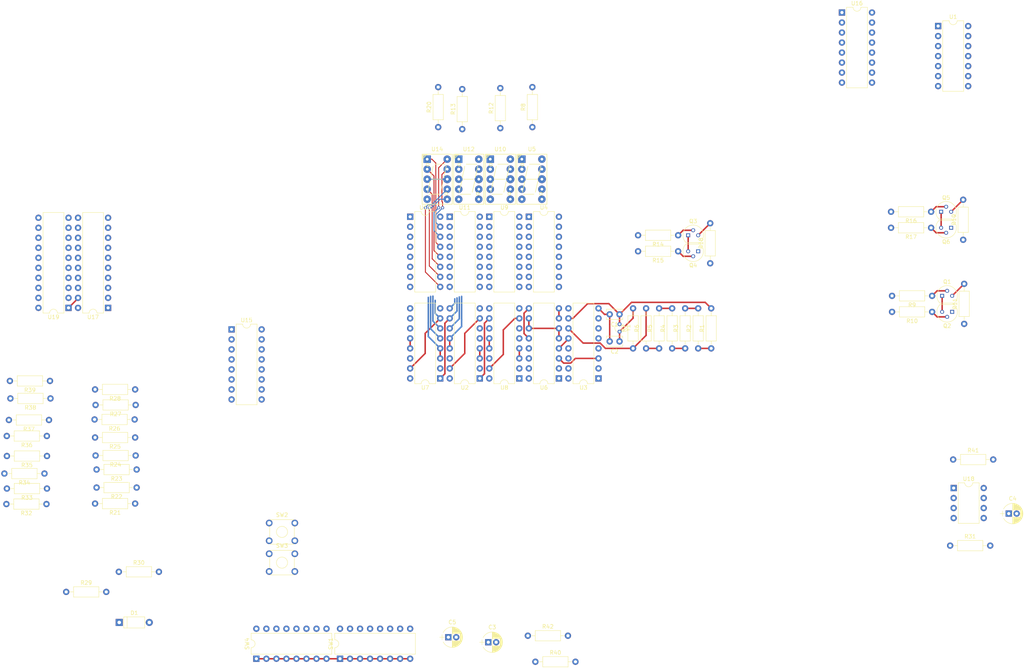
<source format=kicad_pcb>
(kicad_pcb (version 20171130) (host pcbnew 5.1.0)
  (layers (0 F.Cu signal) (31 B.Cu signal) (34 B.Paste user) (35 F.Paste user) (36 B.SilkS user) (37 F.SilkS user) (38 B.Mask user) (39 F.Mask user) (44 Edge.Cuts user))
  (net 0 "")
  (net 1 "Net-(C1-Pad1)")
  (net 2 GND)
  (net 3 "Net-(C2-Pad1)")
  (net 4 "Net-(C3-Pad1)")
  (net 5 "Net-(C4-Pad1)")
  (net 6 "Net-(C5-Pad1)")
  (net 7 OFF)
  (net 8 "Net-(D1-Pad2)")
  (net 9 "Net-(Q1-Pad2)")
  (net 10 "Net-(Q1-Pad3)")
  (net 11 "Net-(Q1-Pad1)")
  (net 12 "Net-(Q2-Pad2)")
  (net 13 "Net-(Q3-Pad2)")
  (net 14 "Net-(Q3-Pad3)")
  (net 15 "Net-(Q3-Pad1)")
  (net 16 "Net-(Q4-Pad2)")
  (net 17 "Net-(Q5-Pad2)")
  (net 18 "Net-(Q5-Pad3)")
  (net 19 "Net-(Q5-Pad1)")
  (net 20 "Net-(Q6-Pad2)")
  (net 21 "Net-(R1-Pad1)")
  (net 22 "Net-(R2-Pad2)")
  (net 23 "Net-(R3-Pad1)")
  (net 24 "Net-(R4-Pad2)")
  (net 25 "Net-(R5-Pad1)")
  (net 26 "Net-(R6-Pad2)")
  (net 27 "Net-(R8-Pad1)")
  (net 28 1hr)
  (net 29 VCC)
  (net 30 "Net-(R12-Pad1)")
  (net 31 "Net-(R13-Pad1)")
  (net 32 "Net-(R14-Pad2)")
  (net 33 1min)
  (net 34 "Net-(R20-Pad1)")
  (net 35 /Alarm/B0)
  (net 36 /Alarm/B1)
  (net 37 /Alarm/B2)
  (net 38 /Alarm/B3)
  (net 39 /Alarm/B4)
  (net 40 /Alarm/B5)
  (net 41 /Alarm/B6)
  (net 42 /Alarm/B7)
  (net 43 "Net-(R31-Pad2)")
  (net 44 /Alarm/C0)
  (net 45 /Alarm/C1)
  (net 46 /Alarm/C2)
  (net 47 /Alarm/C3)
  (net 48 /Alarm/C4)
  (net 49 /Alarm/C5)
  (net 50 /Alarm/C6)
  (net 51 /Alarm/C7)
  (net 52 "Net-(R40-Pad1)")
  (net 53 ALM)
  (net 54 "Net-(U1-Pad2)")
  (net 55 "Net-(U1-Pad9)")
  (net 56 "Net-(U1-Pad4)")
  (net 57 "Net-(U1-Pad11)")
  (net 58 "Net-(U1-Pad6)")
  (net 59 "Net-(U3-Pad3)")
  (net 60 PWM)
  (net 61 "Net-(U4-Pad9)")
  (net 62 "Net-(U4-Pad10)")
  (net 63 "Net-(U4-Pad11)")
  (net 64 "Net-(U4-Pad12)")
  (net 65 "Net-(U4-Pad13)")
  (net 66 "Net-(U4-Pad14)")
  (net 67 "Net-(U4-Pad15)")
  (net 68 1Hz)
  (net 69 "Net-(U8-Pad3)")
  (net 70 "Net-(U8-Pad12)")
  (net 71 "Net-(U8-Pad15)")
  (net 72 "Net-(U10-Pad7)")
  (net 73 "Net-(U10-Pad6)")
  (net 74 "Net-(U10-Pad4)")
  (net 75 "Net-(U10-Pad2)")
  (net 76 "Net-(U10-Pad1)")
  (net 77 "Net-(U10-Pad10)")
  (net 78 "Net-(U10-Pad9)")
  (net 79 "Net-(U11-Pad9)")
  (net 80 "Net-(U11-Pad10)")
  (net 81 "Net-(U11-Pad11)")
  (net 82 "Net-(U11-Pad12)")
  (net 83 "Net-(U11-Pad13)")
  (net 84 "Net-(U11-Pad14)")
  (net 85 "Net-(U11-Pad15)")
  (net 86 "Net-(U13-Pad9)")
  (net 87 "Net-(U13-Pad10)")
  (net 88 "Net-(U13-Pad11)")
  (net 89 "Net-(U13-Pad12)")
  (net 90 "Net-(U13-Pad13)")
  (net 91 "Net-(U13-Pad14)")
  (net 92 "Net-(U13-Pad15)")
  (net 93 BEEP)
  (net 94 "Net-(U16-Pad3)")
  (net 95 "Net-(U17-Pad19)")
  (net 96 ML0)
  (net 97 ML1)
  (net 98 ML2)
  (net 99 ML3)
  (net 100 MH1)
  (net 101 HL1)
  (net 102 HH1)
  (net 103 MH3)
  (net 104 MH0)
  (net 105 HH3)
  (net 106 HH2)
  (net 107 HL0)
  (net 108 HH0)
  (net 109 HL2)
  (net 110 HL3)
  (module Displays_7-Segment:HDSP-78xx (layer F.Cu) (at 132.334 66.929)
    (fp_text reference U14 (at 0 -7.62) (layer F.SilkS))
    (fp_text value 7SEGMENT_CC)
    (pad 1 thru_hole rect (at -2.54 -5.08) (size 1.89992 1.89992) (drill 0.70104) (layers *.Cu *.Mask) (net 90 "Net-(U13-Pad13)"))
    (pad 2 thru_hole circle (at -2.54 -2.54) (size 1.89992 1.89992) (drill 0.70104) (layers *.Cu *.Mask) (net 89 "Net-(U13-Pad12)"))
    (pad 3 thru_hole circle (at -2.54 0) (size 1.89992 1.89992) (drill 0.70104) (layers *.Cu *.Mask) (net 34 "Net-(R20-Pad1)"))
    (pad 4 thru_hole circle (at -2.54 2.54) (size 1.89992 1.89992) (drill 0.70104) (layers *.Cu *.Mask) (net 88 "Net-(U13-Pad11)"))
    (pad 5 thru_hole circle (at -2.54 5.08) (size 1.89992 1.89992) (drill 0.70104) (layers *.Cu *.Mask) (net 2 GND))
    (pad 6 thru_hole circle (at 2.54 5.08) (size 1.89992 1.89992) (drill 0.70104) (layers *.Cu *.Mask) (net 87 "Net-(U13-Pad10)"))
    (pad 7 thru_hole circle (at 2.54 2.54) (size 1.89992 1.89992) (drill 0.70104) (layers *.Cu *.Mask) (net 86 "Net-(U13-Pad9)"))
    (pad 8 thru_hole circle (at 2.54 0) (size 2.032 2.032) (drill 0.70104) (layers *.Cu *.Mask) (net 34 "Net-(R20-Pad1)"))
    (pad 9 thru_hole circle (at 2.54 -2.54) (size 1.89992 1.89992) (drill 0.70104) (layers *.Cu *.Mask) (net 92 "Net-(U13-Pad15)"))
    (pad 10 thru_hole circle (at 2.54 -5.08) (size 1.89992 1.89992) (drill 0.70104) (layers *.Cu *.Mask) (net 91 "Net-(U13-Pad14)"))
  )
  (module Housings_DIP:DIP-16_W7.62mm (layer F.Cu) (at 86.487 188.595 90)
    (fp_text reference SW4 (at 3.81 -2.33 90) (layer F.SilkS))
    (fp_text value SW_DIP_x08)
    (pad 1 thru_hole rect (at 0 0 90) (size 1.6 1.6) (drill 0.8) (layers *.Cu *.Mask) (net 29 VCC))
    (pad 9 thru_hole oval (at 7.62 17.78 90) (size 1.6 1.6) (drill 0.8) (layers *.Cu *.Mask) (net 51 /Alarm/C7))
    (pad 2 thru_hole oval (at 0 2.54 90) (size 1.6 1.6) (drill 0.8) (layers *.Cu *.Mask) (net 29 VCC))
    (pad 10 thru_hole oval (at 7.62 15.24 90) (size 1.6 1.6) (drill 0.8) (layers *.Cu *.Mask) (net 50 /Alarm/C6))
    (pad 3 thru_hole oval (at 0 5.08 90) (size 1.6 1.6) (drill 0.8) (layers *.Cu *.Mask) (net 29 VCC))
    (pad 11 thru_hole oval (at 7.62 12.7 90) (size 1.6 1.6) (drill 0.8) (layers *.Cu *.Mask) (net 49 /Alarm/C5))
    (pad 4 thru_hole oval (at 0 7.62 90) (size 1.6 1.6) (drill 0.8) (layers *.Cu *.Mask) (net 29 VCC))
    (pad 12 thru_hole oval (at 7.62 10.16 90) (size 1.6 1.6) (drill 0.8) (layers *.Cu *.Mask) (net 48 /Alarm/C4))
    (pad 5 thru_hole oval (at 0 10.16 90) (size 1.6 1.6) (drill 0.8) (layers *.Cu *.Mask) (net 29 VCC))
    (pad 13 thru_hole oval (at 7.62 7.62 90) (size 1.6 1.6) (drill 0.8) (layers *.Cu *.Mask) (net 47 /Alarm/C3))
    (pad 6 thru_hole oval (at 0 12.7 90) (size 1.6 1.6) (drill 0.8) (layers *.Cu *.Mask) (net 29 VCC))
    (pad 14 thru_hole oval (at 7.62 5.08 90) (size 1.6 1.6) (drill 0.8) (layers *.Cu *.Mask) (net 46 /Alarm/C2))
    (pad 7 thru_hole oval (at 0 15.24 90) (size 1.6 1.6) (drill 0.8) (layers *.Cu *.Mask) (net 29 VCC))
    (pad 15 thru_hole oval (at 7.62 2.54 90) (size 1.6 1.6) (drill 0.8) (layers *.Cu *.Mask) (net 45 /Alarm/C1))
    (pad 8 thru_hole oval (at 0 17.78 90) (size 1.6 1.6) (drill 0.8) (layers *.Cu *.Mask) (net 29 VCC))
    (pad 16 thru_hole oval (at 7.62 0 90) (size 1.6 1.6) (drill 0.8) (layers *.Cu *.Mask) (net 44 /Alarm/C0))
  )
  (module Housings_DIP:DIP-16_W7.62mm (layer F.Cu) (at 107.696 188.595 90)
    (fp_text reference SW1 (at 3.81 -2.33 90) (layer F.SilkS))
    (fp_text value SW_DIP_x08)
    (pad 1 thru_hole rect (at 0 0 90) (size 1.6 1.6) (drill 0.8) (layers *.Cu *.Mask) (net 29 VCC))
    (pad 9 thru_hole oval (at 7.62 17.78 90) (size 1.6 1.6) (drill 0.8) (layers *.Cu *.Mask) (net 42 /Alarm/B7))
    (pad 2 thru_hole oval (at 0 2.54 90) (size 1.6 1.6) (drill 0.8) (layers *.Cu *.Mask) (net 29 VCC))
    (pad 10 thru_hole oval (at 7.62 15.24 90) (size 1.6 1.6) (drill 0.8) (layers *.Cu *.Mask) (net 41 /Alarm/B6))
    (pad 3 thru_hole oval (at 0 5.08 90) (size 1.6 1.6) (drill 0.8) (layers *.Cu *.Mask) (net 29 VCC))
    (pad 11 thru_hole oval (at 7.62 12.7 90) (size 1.6 1.6) (drill 0.8) (layers *.Cu *.Mask) (net 40 /Alarm/B5))
    (pad 4 thru_hole oval (at 0 7.62 90) (size 1.6 1.6) (drill 0.8) (layers *.Cu *.Mask) (net 29 VCC))
    (pad 12 thru_hole oval (at 7.62 10.16 90) (size 1.6 1.6) (drill 0.8) (layers *.Cu *.Mask) (net 39 /Alarm/B4))
    (pad 5 thru_hole oval (at 0 10.16 90) (size 1.6 1.6) (drill 0.8) (layers *.Cu *.Mask) (net 29 VCC))
    (pad 13 thru_hole oval (at 7.62 7.62 90) (size 1.6 1.6) (drill 0.8) (layers *.Cu *.Mask) (net 38 /Alarm/B3))
    (pad 6 thru_hole oval (at 0 12.7 90) (size 1.6 1.6) (drill 0.8) (layers *.Cu *.Mask) (net 29 VCC))
    (pad 14 thru_hole oval (at 7.62 5.08 90) (size 1.6 1.6) (drill 0.8) (layers *.Cu *.Mask) (net 37 /Alarm/B2))
    (pad 7 thru_hole oval (at 0 15.24 90) (size 1.6 1.6) (drill 0.8) (layers *.Cu *.Mask) (net 29 VCC))
    (pad 15 thru_hole oval (at 7.62 2.54 90) (size 1.6 1.6) (drill 0.8) (layers *.Cu *.Mask) (net 36 /Alarm/B1))
    (pad 8 thru_hole oval (at 0 17.78 90) (size 1.6 1.6) (drill 0.8) (layers *.Cu *.Mask) (net 29 VCC))
    (pad 16 thru_hole oval (at 7.62 0 90) (size 1.6 1.6) (drill 0.8) (layers *.Cu *.Mask) (net 35 /Alarm/B0))
  )
  (module Crystals:Crystal_DS26_d2.0mm_l6.0mm_Vertical (layer F.Cu) (at 178.569 103.711 270)
    (fp_text reference Y1 (at 0.95 -2.2 270) (layer F.SilkS))
    (fp_text value 32768)
    (pad 2 thru_hole circle (at 1.9 0 270) (size 1 1) (drill 0.5) (layers *.Cu *.Mask) (net 3 "Net-(C2-Pad1)"))
    (pad 1 thru_hole circle (at 0 0 270) (size 1 1) (drill 0.5) (layers *.Cu *.Mask) (net 1 "Net-(C1-Pad1)"))
  )
  (module Housings_DIP:DIP-20_W7.62mm (layer F.Cu) (at 38.862 99.568 180)
    (fp_text reference U19 (at 3.81 -2.33 180) (layer F.SilkS))
    (fp_text value 74HC688)
    (pad 1 thru_hole rect (at 0 0 180) (size 1.6 1.6) (drill 0.8) (layers *.Cu *.Mask) (net 95 "Net-(U17-Pad19)"))
    (pad 11 thru_hole oval (at 7.62 22.86 180) (size 1.6 1.6) (drill 0.8) (layers *.Cu *.Mask) (net 110 HL3))
    (pad 2 thru_hole oval (at 0 2.54 180) (size 1.6 1.6) (drill 0.8) (layers *.Cu *.Mask) (net 105 HH3))
    (pad 12 thru_hole oval (at 7.62 20.32 180) (size 1.6 1.6) (drill 0.8) (layers *.Cu *.Mask) (net 48 /Alarm/C4))
    (pad 3 thru_hole oval (at 0 5.08 180) (size 1.6 1.6) (drill 0.8) (layers *.Cu *.Mask) (net 44 /Alarm/C0))
    (pad 13 thru_hole oval (at 7.62 17.78 180) (size 1.6 1.6) (drill 0.8) (layers *.Cu *.Mask) (net 109 HL2))
    (pad 4 thru_hole oval (at 0 7.62 180) (size 1.6 1.6) (drill 0.8) (layers *.Cu *.Mask) (net 106 HH2))
    (pad 14 thru_hole oval (at 7.62 15.24 180) (size 1.6 1.6) (drill 0.8) (layers *.Cu *.Mask) (net 49 /Alarm/C5))
    (pad 5 thru_hole oval (at 0 10.16 180) (size 1.6 1.6) (drill 0.8) (layers *.Cu *.Mask) (net 45 /Alarm/C1))
    (pad 15 thru_hole oval (at 7.62 12.7 180) (size 1.6 1.6) (drill 0.8) (layers *.Cu *.Mask) (net 101 HL1))
    (pad 6 thru_hole oval (at 0 12.7 180) (size 1.6 1.6) (drill 0.8) (layers *.Cu *.Mask) (net 102 HH1))
    (pad 16 thru_hole oval (at 7.62 10.16 180) (size 1.6 1.6) (drill 0.8) (layers *.Cu *.Mask) (net 50 /Alarm/C6))
    (pad 7 thru_hole oval (at 0 15.24 180) (size 1.6 1.6) (drill 0.8) (layers *.Cu *.Mask) (net 46 /Alarm/C2))
    (pad 17 thru_hole oval (at 7.62 7.62 180) (size 1.6 1.6) (drill 0.8) (layers *.Cu *.Mask) (net 107 HL0))
    (pad 8 thru_hole oval (at 0 17.78 180) (size 1.6 1.6) (drill 0.8) (layers *.Cu *.Mask) (net 108 HH0))
    (pad 18 thru_hole oval (at 7.62 5.08 180) (size 1.6 1.6) (drill 0.8) (layers *.Cu *.Mask) (net 51 /Alarm/C7))
    (pad 9 thru_hole oval (at 0 20.32 180) (size 1.6 1.6) (drill 0.8) (layers *.Cu *.Mask) (net 47 /Alarm/C3))
    (pad 19 thru_hole oval (at 7.62 2.54 180) (size 1.6 1.6) (drill 0.8) (layers *.Cu *.Mask) (net 55 "Net-(U1-Pad9)"))
    (pad 10 thru_hole oval (at 0 22.86 180) (size 1.6 1.6) (drill 0.8) (layers *.Cu *.Mask) (net 2 GND))
    (pad 20 thru_hole oval (at 7.62 0 180) (size 1.6 1.6) (drill 0.8) (layers *.Cu *.Mask) (net 29 VCC))
  )
  (module Housings_DIP:DIP-8_W7.62mm (layer F.Cu) (at 263.271 145.288)
    (fp_text reference U18 (at 3.81 -2.33) (layer F.SilkS))
    (fp_text value NE555)
    (pad 1 thru_hole rect (at 0 0) (size 1.6 1.6) (drill 0.8) (layers *.Cu *.Mask) (net 2 GND))
    (pad 5 thru_hole oval (at 7.62 7.62) (size 1.6 1.6) (drill 0.8) (layers *.Cu *.Mask))
    (pad 2 thru_hole oval (at 0 2.54) (size 1.6 1.6) (drill 0.8) (layers *.Cu *.Mask) (net 43 "Net-(R31-Pad2)"))
    (pad 6 thru_hole oval (at 7.62 5.08) (size 1.6 1.6) (drill 0.8) (layers *.Cu *.Mask) (net 43 "Net-(R31-Pad2)"))
    (pad 3 thru_hole oval (at 0 5.08) (size 1.6 1.6) (drill 0.8) (layers *.Cu *.Mask))
    (pad 7 thru_hole oval (at 7.62 2.54) (size 1.6 1.6) (drill 0.8) (layers *.Cu *.Mask) (net 5 "Net-(C4-Pad1)"))
    (pad 4 thru_hole oval (at 0 7.62) (size 1.6 1.6) (drill 0.8) (layers *.Cu *.Mask) (net 68 1Hz))
    (pad 8 thru_hole oval (at 7.62 0) (size 1.6 1.6) (drill 0.8) (layers *.Cu *.Mask) (net 93 BEEP))
  )
  (module Housings_DIP:DIP-20_W7.62mm (layer F.Cu) (at 48.895 99.568 180)
    (fp_text reference U17 (at 3.81 -2.33 180) (layer F.SilkS))
    (fp_text value 74HC688)
    (pad 1 thru_hole rect (at 0 0 180) (size 1.6 1.6) (drill 0.8) (layers *.Cu *.Mask) (net 29 VCC))
    (pad 11 thru_hole oval (at 7.62 22.86 180) (size 1.6 1.6) (drill 0.8) (layers *.Cu *.Mask) (net 99 ML3))
    (pad 2 thru_hole oval (at 0 2.54 180) (size 1.6 1.6) (drill 0.8) (layers *.Cu *.Mask) (net 103 MH3))
    (pad 12 thru_hole oval (at 7.62 20.32 180) (size 1.6 1.6) (drill 0.8) (layers *.Cu *.Mask) (net 39 /Alarm/B4))
    (pad 3 thru_hole oval (at 0 5.08 180) (size 1.6 1.6) (drill 0.8) (layers *.Cu *.Mask) (net 35 /Alarm/B0))
    (pad 13 thru_hole oval (at 7.62 17.78 180) (size 1.6 1.6) (drill 0.8) (layers *.Cu *.Mask) (net 98 ML2))
    (pad 4 thru_hole oval (at 0 7.62 180) (size 1.6 1.6) (drill 0.8) (layers *.Cu *.Mask) (net 28 1hr))
    (pad 14 thru_hole oval (at 7.62 15.24 180) (size 1.6 1.6) (drill 0.8) (layers *.Cu *.Mask) (net 40 /Alarm/B5))
    (pad 5 thru_hole oval (at 0 10.16 180) (size 1.6 1.6) (drill 0.8) (layers *.Cu *.Mask) (net 36 /Alarm/B1))
    (pad 15 thru_hole oval (at 7.62 12.7 180) (size 1.6 1.6) (drill 0.8) (layers *.Cu *.Mask) (net 97 ML1))
    (pad 6 thru_hole oval (at 0 12.7 180) (size 1.6 1.6) (drill 0.8) (layers *.Cu *.Mask) (net 100 MH1))
    (pad 16 thru_hole oval (at 7.62 10.16 180) (size 1.6 1.6) (drill 0.8) (layers *.Cu *.Mask) (net 41 /Alarm/B6))
    (pad 7 thru_hole oval (at 0 15.24 180) (size 1.6 1.6) (drill 0.8) (layers *.Cu *.Mask) (net 37 /Alarm/B2))
    (pad 17 thru_hole oval (at 7.62 7.62 180) (size 1.6 1.6) (drill 0.8) (layers *.Cu *.Mask) (net 96 ML0))
    (pad 8 thru_hole oval (at 0 17.78 180) (size 1.6 1.6) (drill 0.8) (layers *.Cu *.Mask) (net 104 MH0))
    (pad 18 thru_hole oval (at 7.62 5.08 180) (size 1.6 1.6) (drill 0.8) (layers *.Cu *.Mask) (net 42 /Alarm/B7))
    (pad 9 thru_hole oval (at 0 20.32 180) (size 1.6 1.6) (drill 0.8) (layers *.Cu *.Mask) (net 38 /Alarm/B3))
    (pad 19 thru_hole oval (at 7.62 2.54 180) (size 1.6 1.6) (drill 0.8) (layers *.Cu *.Mask) (net 95 "Net-(U17-Pad19)"))
    (pad 10 thru_hole oval (at 0 22.86 180) (size 1.6 1.6) (drill 0.8) (layers *.Cu *.Mask) (net 2 GND))
    (pad 20 thru_hole oval (at 7.62 0 180) (size 1.6 1.6) (drill 0.8) (layers *.Cu *.Mask) (net 29 VCC))
  )
  (module Housings_DIP:DIP-16_W7.62mm (layer F.Cu) (at 234.95 24.638)
    (fp_text reference U16 (at 3.81 -2.33) (layer F.SilkS))
    (fp_text value 74LS390)
    (pad 1 thru_hole rect (at 0 0) (size 1.6 1.6) (drill 0.8) (layers *.Cu *.Mask) (net 33 1min))
    (pad 9 thru_hole oval (at 7.62 17.78) (size 1.6 1.6) (drill 0.8) (layers *.Cu *.Mask))
    (pad 2 thru_hole oval (at 0 2.54) (size 1.6 1.6) (drill 0.8) (layers *.Cu *.Mask) (net 8 "Net-(D1-Pad2)"))
    (pad 10 thru_hole oval (at 7.62 15.24) (size 1.6 1.6) (drill 0.8) (layers *.Cu *.Mask))
    (pad 3 thru_hole oval (at 0 5.08) (size 1.6 1.6) (drill 0.8) (layers *.Cu *.Mask) (net 94 "Net-(U16-Pad3)"))
    (pad 11 thru_hole oval (at 7.62 12.7) (size 1.6 1.6) (drill 0.8) (layers *.Cu *.Mask))
    (pad 4 thru_hole oval (at 0 7.62) (size 1.6 1.6) (drill 0.8) (layers *.Cu *.Mask) (net 94 "Net-(U16-Pad3)"))
    (pad 12 thru_hole oval (at 7.62 10.16) (size 1.6 1.6) (drill 0.8) (layers *.Cu *.Mask) (net 2 GND))
    (pad 5 thru_hole oval (at 0 10.16) (size 1.6 1.6) (drill 0.8) (layers *.Cu *.Mask))
    (pad 13 thru_hole oval (at 7.62 7.62) (size 1.6 1.6) (drill 0.8) (layers *.Cu *.Mask))
    (pad 6 thru_hole oval (at 0 12.7) (size 1.6 1.6) (drill 0.8) (layers *.Cu *.Mask))
    (pad 14 thru_hole oval (at 7.62 5.08) (size 1.6 1.6) (drill 0.8) (layers *.Cu *.Mask) (net 2 GND))
    (pad 7 thru_hole oval (at 0 15.24) (size 1.6 1.6) (drill 0.8) (layers *.Cu *.Mask) (net 57 "Net-(U1-Pad11)"))
    (pad 15 thru_hole oval (at 7.62 2.54) (size 1.6 1.6) (drill 0.8) (layers *.Cu *.Mask) (net 2 GND))
    (pad 8 thru_hole oval (at 0 17.78) (size 1.6 1.6) (drill 0.8) (layers *.Cu *.Mask) (net 2 GND))
    (pad 16 thru_hole oval (at 7.62 0) (size 1.6 1.6) (drill 0.8) (layers *.Cu *.Mask) (net 29 VCC))
  )
  (module Housings_DIP:DIP-16_W7.62mm (layer F.Cu) (at 80.2 105.03)
    (fp_text reference U15 (at 3.81 -2.33) (layer F.SilkS))
    (fp_text value 4027)
    (pad 1 thru_hole rect (at 0 0) (size 1.6 1.6) (drill 0.8) (layers *.Cu *.Mask) (net 93 BEEP))
    (pad 9 thru_hole oval (at 7.62 17.78) (size 1.6 1.6) (drill 0.8) (layers *.Cu *.Mask) (net 52 "Net-(R40-Pad1)"))
    (pad 2 thru_hole oval (at 0 2.54) (size 1.6 1.6) (drill 0.8) (layers *.Cu *.Mask))
    (pad 10 thru_hole oval (at 7.62 15.24) (size 1.6 1.6) (drill 0.8) (layers *.Cu *.Mask) (net 2 GND))
    (pad 3 thru_hole oval (at 0 5.08) (size 1.6 1.6) (drill 0.8) (layers *.Cu *.Mask) (net 2 GND))
    (pad 11 thru_hole oval (at 7.62 12.7) (size 1.6 1.6) (drill 0.8) (layers *.Cu *.Mask) (net 2 GND))
    (pad 4 thru_hole oval (at 0 7.62) (size 1.6 1.6) (drill 0.8) (layers *.Cu *.Mask) (net 7 OFF))
    (pad 12 thru_hole oval (at 7.62 10.16) (size 1.6 1.6) (drill 0.8) (layers *.Cu *.Mask) (net 8 "Net-(D1-Pad2)"))
    (pad 5 thru_hole oval (at 0 10.16) (size 1.6 1.6) (drill 0.8) (layers *.Cu *.Mask) (net 2 GND))
    (pad 13 thru_hole oval (at 7.62 7.62) (size 1.6 1.6) (drill 0.8) (layers *.Cu *.Mask) (net 2 GND))
    (pad 6 thru_hole oval (at 0 12.7) (size 1.6 1.6) (drill 0.8) (layers *.Cu *.Mask) (net 2 GND))
    (pad 14 thru_hole oval (at 7.62 5.08) (size 1.6 1.6) (drill 0.8) (layers *.Cu *.Mask) (net 53 ALM))
    (pad 7 thru_hole oval (at 0 15.24) (size 1.6 1.6) (drill 0.8) (layers *.Cu *.Mask) (net 53 ALM))
    (pad 15 thru_hole oval (at 7.62 2.54) (size 1.6 1.6) (drill 0.8) (layers *.Cu *.Mask) (net 8 "Net-(D1-Pad2)"))
    (pad 8 thru_hole oval (at 0 17.78) (size 1.6 1.6) (drill 0.8) (layers *.Cu *.Mask) (net 2 GND))
    (pad 16 thru_hole oval (at 7.62 0) (size 1.6 1.6) (drill 0.8) (layers *.Cu *.Mask) (net 29 VCC))
  )
  (module Housings_DIP:DIP-16_W7.62mm (layer F.Cu) (at 125.476 76.454)
    (fp_text reference U13 (at 3.81 -2.33) (layer F.SilkS))
    (fp_text value 4543)
    (pad 1 thru_hole rect (at 0 0) (size 1.6 1.6) (drill 0.8) (layers *.Cu *.Mask) (net 29 VCC))
    (pad 9 thru_hole oval (at 7.62 17.78) (size 1.6 1.6) (drill 0.8) (layers *.Cu *.Mask) (net 86 "Net-(U13-Pad9)"))
    (pad 2 thru_hole oval (at 0 2.54) (size 1.6 1.6) (drill 0.8) (layers *.Cu *.Mask) (net 106 HH2))
    (pad 10 thru_hole oval (at 7.62 15.24) (size 1.6 1.6) (drill 0.8) (layers *.Cu *.Mask) (net 87 "Net-(U13-Pad10)"))
    (pad 3 thru_hole oval (at 0 5.08) (size 1.6 1.6) (drill 0.8) (layers *.Cu *.Mask) (net 102 HH1))
    (pad 11 thru_hole oval (at 7.62 12.7) (size 1.6 1.6) (drill 0.8) (layers *.Cu *.Mask) (net 88 "Net-(U13-Pad11)"))
    (pad 4 thru_hole oval (at 0 7.62) (size 1.6 1.6) (drill 0.8) (layers *.Cu *.Mask) (net 105 HH3))
    (pad 12 thru_hole oval (at 7.62 10.16) (size 1.6 1.6) (drill 0.8) (layers *.Cu *.Mask) (net 89 "Net-(U13-Pad12)"))
    (pad 5 thru_hole oval (at 0 10.16) (size 1.6 1.6) (drill 0.8) (layers *.Cu *.Mask) (net 108 HH0))
    (pad 13 thru_hole oval (at 7.62 7.62) (size 1.6 1.6) (drill 0.8) (layers *.Cu *.Mask) (net 90 "Net-(U13-Pad13)"))
    (pad 6 thru_hole oval (at 0 12.7) (size 1.6 1.6) (drill 0.8) (layers *.Cu *.Mask) (net 2 GND))
    (pad 14 thru_hole oval (at 7.62 5.08) (size 1.6 1.6) (drill 0.8) (layers *.Cu *.Mask) (net 91 "Net-(U13-Pad14)"))
    (pad 7 thru_hole oval (at 0 15.24) (size 1.6 1.6) (drill 0.8) (layers *.Cu *.Mask) (net 60 PWM))
    (pad 15 thru_hole oval (at 7.62 2.54) (size 1.6 1.6) (drill 0.8) (layers *.Cu *.Mask) (net 92 "Net-(U13-Pad15)"))
    (pad 8 thru_hole oval (at 0 17.78) (size 1.6 1.6) (drill 0.8) (layers *.Cu *.Mask) (net 2 GND))
    (pad 16 thru_hole oval (at 7.62 0) (size 1.6 1.6) (drill 0.8) (layers *.Cu *.Mask) (net 29 VCC))
  )
  (module Displays_7-Segment:HDSP-78xx (layer F.Cu) (at 140.335 66.929)
    (fp_text reference U12 (at 0 -7.62) (layer F.SilkS))
    (fp_text value 7SEGMENT_CC)
    (pad 1 thru_hole rect (at -2.54 -5.08) (size 1.89992 1.89992) (drill 0.70104) (layers *.Cu *.Mask) (net 83 "Net-(U11-Pad13)"))
    (pad 2 thru_hole circle (at -2.54 -2.54) (size 1.89992 1.89992) (drill 0.70104) (layers *.Cu *.Mask) (net 82 "Net-(U11-Pad12)"))
    (pad 3 thru_hole circle (at -2.54 0) (size 1.89992 1.89992) (drill 0.70104) (layers *.Cu *.Mask) (net 31 "Net-(R13-Pad1)"))
    (pad 4 thru_hole circle (at -2.54 2.54) (size 1.89992 1.89992) (drill 0.70104) (layers *.Cu *.Mask) (net 81 "Net-(U11-Pad11)"))
    (pad 5 thru_hole circle (at -2.54 5.08) (size 1.89992 1.89992) (drill 0.70104) (layers *.Cu *.Mask) (net 68 1Hz))
    (pad 6 thru_hole circle (at 2.54 5.08) (size 1.89992 1.89992) (drill 0.70104) (layers *.Cu *.Mask) (net 80 "Net-(U11-Pad10)"))
    (pad 7 thru_hole circle (at 2.54 2.54) (size 1.89992 1.89992) (drill 0.70104) (layers *.Cu *.Mask) (net 79 "Net-(U11-Pad9)"))
    (pad 8 thru_hole circle (at 2.54 0) (size 2.032 2.032) (drill 0.70104) (layers *.Cu *.Mask) (net 31 "Net-(R13-Pad1)"))
    (pad 9 thru_hole circle (at 2.54 -2.54) (size 1.89992 1.89992) (drill 0.70104) (layers *.Cu *.Mask) (net 85 "Net-(U11-Pad15)"))
    (pad 10 thru_hole circle (at 2.54 -5.08) (size 1.89992 1.89992) (drill 0.70104) (layers *.Cu *.Mask) (net 84 "Net-(U11-Pad14)"))
    (pad "" thru_hole circle (at -2.54 -2.54) (size 1.397 1.397) (drill 0.8128) (layers *.Cu *.Mask))
  )
  (module Housings_DIP:DIP-16_W7.62mm (layer F.Cu) (at 135.509 76.454)
    (fp_text reference U11 (at 3.81 -2.33) (layer F.SilkS))
    (fp_text value 4543)
    (pad 1 thru_hole rect (at 0 0) (size 1.6 1.6) (drill 0.8) (layers *.Cu *.Mask) (net 29 VCC))
    (pad 9 thru_hole oval (at 7.62 17.78) (size 1.6 1.6) (drill 0.8) (layers *.Cu *.Mask) (net 79 "Net-(U11-Pad9)"))
    (pad 2 thru_hole oval (at 0 2.54) (size 1.6 1.6) (drill 0.8) (layers *.Cu *.Mask) (net 109 HL2))
    (pad 10 thru_hole oval (at 7.62 15.24) (size 1.6 1.6) (drill 0.8) (layers *.Cu *.Mask) (net 80 "Net-(U11-Pad10)"))
    (pad 3 thru_hole oval (at 0 5.08) (size 1.6 1.6) (drill 0.8) (layers *.Cu *.Mask) (net 101 HL1))
    (pad 11 thru_hole oval (at 7.62 12.7) (size 1.6 1.6) (drill 0.8) (layers *.Cu *.Mask) (net 81 "Net-(U11-Pad11)"))
    (pad 4 thru_hole oval (at 0 7.62) (size 1.6 1.6) (drill 0.8) (layers *.Cu *.Mask) (net 110 HL3))
    (pad 12 thru_hole oval (at 7.62 10.16) (size 1.6 1.6) (drill 0.8) (layers *.Cu *.Mask) (net 82 "Net-(U11-Pad12)"))
    (pad 5 thru_hole oval (at 0 10.16) (size 1.6 1.6) (drill 0.8) (layers *.Cu *.Mask) (net 107 HL0))
    (pad 13 thru_hole oval (at 7.62 7.62) (size 1.6 1.6) (drill 0.8) (layers *.Cu *.Mask) (net 83 "Net-(U11-Pad13)"))
    (pad 6 thru_hole oval (at 0 12.7) (size 1.6 1.6) (drill 0.8) (layers *.Cu *.Mask) (net 2 GND))
    (pad 14 thru_hole oval (at 7.62 5.08) (size 1.6 1.6) (drill 0.8) (layers *.Cu *.Mask) (net 84 "Net-(U11-Pad14)"))
    (pad 7 thru_hole oval (at 0 15.24) (size 1.6 1.6) (drill 0.8) (layers *.Cu *.Mask) (net 60 PWM))
    (pad 15 thru_hole oval (at 7.62 2.54) (size 1.6 1.6) (drill 0.8) (layers *.Cu *.Mask) (net 85 "Net-(U11-Pad15)"))
    (pad 8 thru_hole oval (at 0 17.78) (size 1.6 1.6) (drill 0.8) (layers *.Cu *.Mask) (net 2 GND))
    (pad 16 thru_hole oval (at 7.62 0) (size 1.6 1.6) (drill 0.8) (layers *.Cu *.Mask) (net 29 VCC))
  )
  (module Displays_7-Segment:HDSP-78xx (layer F.Cu) (at 148.336 66.929)
    (fp_text reference U10 (at 0 -7.62) (layer F.SilkS))
    (fp_text value 7SEGMENT_CC)
    (pad 1 thru_hole rect (at -2.54 -5.08) (size 1.89992 1.89992) (drill 0.70104) (layers *.Cu *.Mask) (net 76 "Net-(U10-Pad1)"))
    (pad 2 thru_hole circle (at -2.54 -2.54) (size 1.89992 1.89992) (drill 0.70104) (layers *.Cu *.Mask) (net 75 "Net-(U10-Pad2)"))
    (pad 3 thru_hole circle (at -2.54 0) (size 1.89992 1.89992) (drill 0.70104) (layers *.Cu *.Mask) (net 30 "Net-(R12-Pad1)"))
    (pad 4 thru_hole circle (at -2.54 2.54) (size 1.89992 1.89992) (drill 0.70104) (layers *.Cu *.Mask) (net 74 "Net-(U10-Pad4)"))
    (pad 5 thru_hole circle (at -2.54 5.08) (size 1.89992 1.89992) (drill 0.70104) (layers *.Cu *.Mask) (net 53 ALM))
    (pad 6 thru_hole circle (at 2.54 5.08) (size 1.89992 1.89992) (drill 0.70104) (layers *.Cu *.Mask) (net 73 "Net-(U10-Pad6)"))
    (pad 7 thru_hole circle (at 2.54 2.54) (size 1.89992 1.89992) (drill 0.70104) (layers *.Cu *.Mask) (net 72 "Net-(U10-Pad7)"))
    (pad 8 thru_hole circle (at 2.54 0) (size 2.032 2.032) (drill 0.70104) (layers *.Cu *.Mask) (net 30 "Net-(R12-Pad1)"))
    (pad 9 thru_hole circle (at 2.54 -2.54) (size 1.89992 1.89992) (drill 0.70104) (layers *.Cu *.Mask) (net 78 "Net-(U10-Pad9)"))
    (pad 10 thru_hole circle (at 2.54 -5.08) (size 1.89992 1.89992) (drill 0.70104) (layers *.Cu *.Mask) (net 77 "Net-(U10-Pad10)"))
    (pad "" thru_hole circle (at -2.54 -2.54) (size 1.397 1.397) (drill 0.8128) (layers *.Cu *.Mask))
  )
  (module Housings_DIP:DIP-16_W7.62mm (layer F.Cu) (at 145.542 76.454)
    (fp_text reference U9 (at 3.81 -2.33) (layer F.SilkS))
    (fp_text value 4543)
    (pad 1 thru_hole rect (at 0 0) (size 1.6 1.6) (drill 0.8) (layers *.Cu *.Mask) (net 29 VCC))
    (pad 9 thru_hole oval (at 7.62 17.78) (size 1.6 1.6) (drill 0.8) (layers *.Cu *.Mask) (net 72 "Net-(U10-Pad7)"))
    (pad 2 thru_hole oval (at 0 2.54) (size 1.6 1.6) (drill 0.8) (layers *.Cu *.Mask) (net 28 1hr))
    (pad 10 thru_hole oval (at 7.62 15.24) (size 1.6 1.6) (drill 0.8) (layers *.Cu *.Mask) (net 73 "Net-(U10-Pad6)"))
    (pad 3 thru_hole oval (at 0 5.08) (size 1.6 1.6) (drill 0.8) (layers *.Cu *.Mask) (net 100 MH1))
    (pad 11 thru_hole oval (at 7.62 12.7) (size 1.6 1.6) (drill 0.8) (layers *.Cu *.Mask) (net 74 "Net-(U10-Pad4)"))
    (pad 4 thru_hole oval (at 0 7.62) (size 1.6 1.6) (drill 0.8) (layers *.Cu *.Mask) (net 103 MH3))
    (pad 12 thru_hole oval (at 7.62 10.16) (size 1.6 1.6) (drill 0.8) (layers *.Cu *.Mask) (net 75 "Net-(U10-Pad2)"))
    (pad 5 thru_hole oval (at 0 10.16) (size 1.6 1.6) (drill 0.8) (layers *.Cu *.Mask) (net 104 MH0))
    (pad 13 thru_hole oval (at 7.62 7.62) (size 1.6 1.6) (drill 0.8) (layers *.Cu *.Mask) (net 76 "Net-(U10-Pad1)"))
    (pad 6 thru_hole oval (at 0 12.7) (size 1.6 1.6) (drill 0.8) (layers *.Cu *.Mask) (net 2 GND))
    (pad 14 thru_hole oval (at 7.62 5.08) (size 1.6 1.6) (drill 0.8) (layers *.Cu *.Mask) (net 77 "Net-(U10-Pad10)"))
    (pad 7 thru_hole oval (at 0 15.24) (size 1.6 1.6) (drill 0.8) (layers *.Cu *.Mask) (net 60 PWM))
    (pad 15 thru_hole oval (at 7.62 2.54) (size 1.6 1.6) (drill 0.8) (layers *.Cu *.Mask) (net 78 "Net-(U10-Pad9)"))
    (pad 8 thru_hole oval (at 0 17.78) (size 1.6 1.6) (drill 0.8) (layers *.Cu *.Mask) (net 2 GND))
    (pad 16 thru_hole oval (at 7.62 0) (size 1.6 1.6) (drill 0.8) (layers *.Cu *.Mask) (net 29 VCC))
  )
  (module Housings_DIP:DIP-16_W7.62mm (layer F.Cu) (at 153.162 117.475 180)
    (fp_text reference U8 (at 3.81 -2.33 180) (layer F.SilkS))
    (fp_text value 74LS390)
    (pad 1 thru_hole rect (at 0 0 180) (size 1.6 1.6) (drill 0.8) (layers *.Cu *.Mask) (net 68 1Hz))
    (pad 9 thru_hole oval (at 7.62 17.78 180) (size 1.6 1.6) (drill 0.8) (layers *.Cu *.Mask))
    (pad 2 thru_hole oval (at 0 2.54 180) (size 1.6 1.6) (drill 0.8) (layers *.Cu *.Mask) (net 2 GND))
    (pad 10 thru_hole oval (at 7.62 15.24 180) (size 1.6 1.6) (drill 0.8) (layers *.Cu *.Mask) (net 33 1min))
    (pad 3 thru_hole oval (at 0 5.08 180) (size 1.6 1.6) (drill 0.8) (layers *.Cu *.Mask) (net 69 "Net-(U8-Pad3)"))
    (pad 11 thru_hole oval (at 7.62 12.7 180) (size 1.6 1.6) (drill 0.8) (layers *.Cu *.Mask) (net 32 "Net-(R14-Pad2)"))
    (pad 4 thru_hole oval (at 0 7.62 180) (size 1.6 1.6) (drill 0.8) (layers *.Cu *.Mask) (net 69 "Net-(U8-Pad3)"))
    (pad 12 thru_hole oval (at 7.62 10.16 180) (size 1.6 1.6) (drill 0.8) (layers *.Cu *.Mask) (net 70 "Net-(U8-Pad12)"))
    (pad 5 thru_hole oval (at 0 10.16 180) (size 1.6 1.6) (drill 0.8) (layers *.Cu *.Mask))
    (pad 13 thru_hole oval (at 7.62 7.62 180) (size 1.6 1.6) (drill 0.8) (layers *.Cu *.Mask) (net 70 "Net-(U8-Pad12)"))
    (pad 6 thru_hole oval (at 0 12.7 180) (size 1.6 1.6) (drill 0.8) (layers *.Cu *.Mask))
    (pad 14 thru_hole oval (at 7.62 5.08 180) (size 1.6 1.6) (drill 0.8) (layers *.Cu *.Mask) (net 58 "Net-(U1-Pad6)"))
    (pad 7 thru_hole oval (at 0 15.24 180) (size 1.6 1.6) (drill 0.8) (layers *.Cu *.Mask) (net 71 "Net-(U8-Pad15)"))
    (pad 15 thru_hole oval (at 7.62 2.54 180) (size 1.6 1.6) (drill 0.8) (layers *.Cu *.Mask) (net 71 "Net-(U8-Pad15)"))
    (pad 8 thru_hole oval (at 0 17.78 180) (size 1.6 1.6) (drill 0.8) (layers *.Cu *.Mask) (net 2 GND))
    (pad 16 thru_hole oval (at 7.62 0 180) (size 1.6 1.6) (drill 0.8) (layers *.Cu *.Mask) (net 29 VCC))
  )
  (module Housings_DIP:DIP-16_W7.62mm (layer F.Cu) (at 133.096 117.475 180)
    (fp_text reference U7 (at 3.81 -2.33 180) (layer F.SilkS))
    (fp_text value 74LS390)
    (pad 1 thru_hole rect (at 0 0 180) (size 1.6 1.6) (drill 0.8) (layers *.Cu *.Mask) (net 28 1hr))
    (pad 9 thru_hole oval (at 7.62 17.78 180) (size 1.6 1.6) (drill 0.8) (layers *.Cu *.Mask) (net 105 HH3))
    (pad 2 thru_hole oval (at 0 2.54 180) (size 1.6 1.6) (drill 0.8) (layers *.Cu *.Mask) (net 2 GND))
    (pad 10 thru_hole oval (at 7.62 15.24 180) (size 1.6 1.6) (drill 0.8) (layers *.Cu *.Mask) (net 106 HH2))
    (pad 3 thru_hole oval (at 0 5.08 180) (size 1.6 1.6) (drill 0.8) (layers *.Cu *.Mask) (net 107 HL0))
    (pad 11 thru_hole oval (at 7.62 12.7 180) (size 1.6 1.6) (drill 0.8) (layers *.Cu *.Mask) (net 102 HH1))
    (pad 4 thru_hole oval (at 0 7.62 180) (size 1.6 1.6) (drill 0.8) (layers *.Cu *.Mask) (net 107 HL0))
    (pad 12 thru_hole oval (at 7.62 10.16 180) (size 1.6 1.6) (drill 0.8) (layers *.Cu *.Mask) (net 108 HH0))
    (pad 5 thru_hole oval (at 0 10.16 180) (size 1.6 1.6) (drill 0.8) (layers *.Cu *.Mask) (net 101 HL1))
    (pad 13 thru_hole oval (at 7.62 7.62 180) (size 1.6 1.6) (drill 0.8) (layers *.Cu *.Mask) (net 108 HH0))
    (pad 6 thru_hole oval (at 0 12.7 180) (size 1.6 1.6) (drill 0.8) (layers *.Cu *.Mask) (net 109 HL2))
    (pad 14 thru_hole oval (at 7.62 5.08 180) (size 1.6 1.6) (drill 0.8) (layers *.Cu *.Mask) (net 56 "Net-(U1-Pad4)"))
    (pad 7 thru_hole oval (at 0 15.24 180) (size 1.6 1.6) (drill 0.8) (layers *.Cu *.Mask) (net 110 HL3))
    (pad 15 thru_hole oval (at 7.62 2.54 180) (size 1.6 1.6) (drill 0.8) (layers *.Cu *.Mask) (net 110 HL3))
    (pad 8 thru_hole oval (at 0 17.78 180) (size 1.6 1.6) (drill 0.8) (layers *.Cu *.Mask) (net 2 GND))
    (pad 16 thru_hole oval (at 7.62 0 180) (size 1.6 1.6) (drill 0.8) (layers *.Cu *.Mask) (net 29 VCC))
  )
  (module Housings_DIP:DIP-16_W7.62mm (layer F.Cu) (at 163.195 117.475 180)
    (fp_text reference U6 (at 3.81 -2.33 180) (layer F.SilkS))
    (fp_text value 4027)
    (pad 1 thru_hole rect (at 0 0 180) (size 1.6 1.6) (drill 0.8) (layers *.Cu *.Mask) (net 68 1Hz))
    (pad 9 thru_hole oval (at 7.62 17.78 180) (size 1.6 1.6) (drill 0.8) (layers *.Cu *.Mask) (net 2 GND))
    (pad 2 thru_hole oval (at 0 2.54 180) (size 1.6 1.6) (drill 0.8) (layers *.Cu *.Mask))
    (pad 10 thru_hole oval (at 7.62 15.24 180) (size 1.6 1.6) (drill 0.8) (layers *.Cu *.Mask) (net 29 VCC))
    (pad 3 thru_hole oval (at 0 5.08 180) (size 1.6 1.6) (drill 0.8) (layers *.Cu *.Mask) (net 59 "Net-(U3-Pad3)"))
    (pad 11 thru_hole oval (at 7.62 12.7 180) (size 1.6 1.6) (drill 0.8) (layers *.Cu *.Mask) (net 29 VCC))
    (pad 4 thru_hole oval (at 0 7.62 180) (size 1.6 1.6) (drill 0.8) (layers *.Cu *.Mask) (net 2 GND))
    (pad 12 thru_hole oval (at 7.62 10.16 180) (size 1.6 1.6) (drill 0.8) (layers *.Cu *.Mask) (net 2 GND))
    (pad 5 thru_hole oval (at 0 10.16 180) (size 1.6 1.6) (drill 0.8) (layers *.Cu *.Mask) (net 29 VCC))
    (pad 13 thru_hole oval (at 7.62 7.62 180) (size 1.6 1.6) (drill 0.8) (layers *.Cu *.Mask) (net 68 1Hz))
    (pad 6 thru_hole oval (at 0 12.7 180) (size 1.6 1.6) (drill 0.8) (layers *.Cu *.Mask) (net 29 VCC))
    (pad 14 thru_hole oval (at 7.62 5.08 180) (size 1.6 1.6) (drill 0.8) (layers *.Cu *.Mask))
    (pad 7 thru_hole oval (at 0 15.24 180) (size 1.6 1.6) (drill 0.8) (layers *.Cu *.Mask) (net 2 GND))
    (pad 15 thru_hole oval (at 7.62 2.54 180) (size 1.6 1.6) (drill 0.8) (layers *.Cu *.Mask))
    (pad 8 thru_hole oval (at 0 17.78 180) (size 1.6 1.6) (drill 0.8) (layers *.Cu *.Mask) (net 2 GND))
    (pad 16 thru_hole oval (at 7.62 0 180) (size 1.6 1.6) (drill 0.8) (layers *.Cu *.Mask) (net 29 VCC))
  )
  (module Displays_7-Segment:HDSP-78xx (layer F.Cu) (at 156.337 66.929)
    (fp_text reference U5 (at 0 -7.62) (layer F.SilkS))
    (fp_text value 7SEGMENT_CC)
    (pad 1 thru_hole rect (at -2.54 -5.08) (size 1.89992 1.89992) (drill 0.70104) (layers *.Cu *.Mask) (net 65 "Net-(U4-Pad13)"))
    (pad 2 thru_hole circle (at -2.54 -2.54) (size 1.89992 1.89992) (drill 0.70104) (layers *.Cu *.Mask) (net 64 "Net-(U4-Pad12)"))
    (pad 3 thru_hole circle (at -2.54 0) (size 1.89992 1.89992) (drill 0.70104) (layers *.Cu *.Mask) (net 27 "Net-(R8-Pad1)"))
    (pad 4 thru_hole circle (at -2.54 2.54) (size 1.89992 1.89992) (drill 0.70104) (layers *.Cu *.Mask) (net 63 "Net-(U4-Pad11)"))
    (pad 5 thru_hole circle (at -2.54 5.08) (size 1.89992 1.89992) (drill 0.70104) (layers *.Cu *.Mask) (net 2 GND))
    (pad 6 thru_hole circle (at 2.54 5.08) (size 1.89992 1.89992) (drill 0.70104) (layers *.Cu *.Mask) (net 62 "Net-(U4-Pad10)"))
    (pad 7 thru_hole circle (at 2.54 2.54) (size 1.89992 1.89992) (drill 0.70104) (layers *.Cu *.Mask) (net 61 "Net-(U4-Pad9)"))
    (pad 8 thru_hole circle (at 2.54 0) (size 2.032 2.032) (drill 0.70104) (layers *.Cu *.Mask) (net 27 "Net-(R8-Pad1)"))
    (pad 9 thru_hole circle (at 2.54 -2.54) (size 1.89992 1.89992) (drill 0.70104) (layers *.Cu *.Mask) (net 67 "Net-(U4-Pad15)"))
    (pad 10 thru_hole circle (at 2.54 -5.08) (size 1.89992 1.89992) (drill 0.70104) (layers *.Cu *.Mask) (net 66 "Net-(U4-Pad14)"))
    (pad "" thru_hole circle (at -2.54 -2.54) (size 1.397 1.397) (drill 0.8128) (layers *.Cu *.Mask))
  )
  (module Housings_DIP:DIP-16_W7.62mm (layer F.Cu) (at 155.575 76.454)
    (fp_text reference U4 (at 3.81 -2.33) (layer F.SilkS))
    (fp_text value 4543)
    (pad 1 thru_hole rect (at 0 0) (size 1.6 1.6) (drill 0.8) (layers *.Cu *.Mask) (net 29 VCC))
    (pad 9 thru_hole oval (at 7.62 17.78) (size 1.6 1.6) (drill 0.8) (layers *.Cu *.Mask) (net 61 "Net-(U4-Pad9)"))
    (pad 2 thru_hole oval (at 0 2.54) (size 1.6 1.6) (drill 0.8) (layers *.Cu *.Mask) (net 98 ML2))
    (pad 10 thru_hole oval (at 7.62 15.24) (size 1.6 1.6) (drill 0.8) (layers *.Cu *.Mask) (net 62 "Net-(U4-Pad10)"))
    (pad 3 thru_hole oval (at 0 5.08) (size 1.6 1.6) (drill 0.8) (layers *.Cu *.Mask) (net 97 ML1))
    (pad 11 thru_hole oval (at 7.62 12.7) (size 1.6 1.6) (drill 0.8) (layers *.Cu *.Mask) (net 63 "Net-(U4-Pad11)"))
    (pad 4 thru_hole oval (at 0 7.62) (size 1.6 1.6) (drill 0.8) (layers *.Cu *.Mask) (net 99 ML3))
    (pad 12 thru_hole oval (at 7.62 10.16) (size 1.6 1.6) (drill 0.8) (layers *.Cu *.Mask) (net 64 "Net-(U4-Pad12)"))
    (pad 5 thru_hole oval (at 0 10.16) (size 1.6 1.6) (drill 0.8) (layers *.Cu *.Mask) (net 96 ML0))
    (pad 13 thru_hole oval (at 7.62 7.62) (size 1.6 1.6) (drill 0.8) (layers *.Cu *.Mask) (net 65 "Net-(U4-Pad13)"))
    (pad 6 thru_hole oval (at 0 12.7) (size 1.6 1.6) (drill 0.8) (layers *.Cu *.Mask) (net 2 GND))
    (pad 14 thru_hole oval (at 7.62 5.08) (size 1.6 1.6) (drill 0.8) (layers *.Cu *.Mask) (net 66 "Net-(U4-Pad14)"))
    (pad 7 thru_hole oval (at 0 15.24) (size 1.6 1.6) (drill 0.8) (layers *.Cu *.Mask) (net 60 PWM))
    (pad 15 thru_hole oval (at 7.62 2.54) (size 1.6 1.6) (drill 0.8) (layers *.Cu *.Mask) (net 67 "Net-(U4-Pad15)"))
    (pad 8 thru_hole oval (at 0 17.78) (size 1.6 1.6) (drill 0.8) (layers *.Cu *.Mask) (net 2 GND))
    (pad 16 thru_hole oval (at 7.62 0) (size 1.6 1.6) (drill 0.8) (layers *.Cu *.Mask) (net 29 VCC))
  )
  (module Housings_DIP:DIP-16_W7.62mm (layer F.Cu) (at 173.228 117.475 180)
    (fp_text reference U3 (at 3.81 -2.33 180) (layer F.SilkS))
    (fp_text value CD4060)
    (pad 1 thru_hole rect (at 0 0 180) (size 1.6 1.6) (drill 0.8) (layers *.Cu *.Mask))
    (pad 9 thru_hole oval (at 7.62 17.78 180) (size 1.6 1.6) (drill 0.8) (layers *.Cu *.Mask))
    (pad 2 thru_hole oval (at 0 2.54 180) (size 1.6 1.6) (drill 0.8) (layers *.Cu *.Mask))
    (pad 10 thru_hole oval (at 7.62 15.24 180) (size 1.6 1.6) (drill 0.8) (layers *.Cu *.Mask) (net 1 "Net-(C1-Pad1)"))
    (pad 3 thru_hole oval (at 0 5.08 180) (size 1.6 1.6) (drill 0.8) (layers *.Cu *.Mask) (net 59 "Net-(U3-Pad3)"))
    (pad 11 thru_hole oval (at 7.62 12.7 180) (size 1.6 1.6) (drill 0.8) (layers *.Cu *.Mask) (net 26 "Net-(R6-Pad2)"))
    (pad 4 thru_hole oval (at 0 7.62 180) (size 1.6 1.6) (drill 0.8) (layers *.Cu *.Mask))
    (pad 12 thru_hole oval (at 7.62 10.16 180) (size 1.6 1.6) (drill 0.8) (layers *.Cu *.Mask) (net 2 GND))
    (pad 5 thru_hole oval (at 0 10.16 180) (size 1.6 1.6) (drill 0.8) (layers *.Cu *.Mask))
    (pad 13 thru_hole oval (at 7.62 7.62 180) (size 1.6 1.6) (drill 0.8) (layers *.Cu *.Mask) (net 60 PWM))
    (pad 6 thru_hole oval (at 0 12.7 180) (size 1.6 1.6) (drill 0.8) (layers *.Cu *.Mask))
    (pad 14 thru_hole oval (at 7.62 5.08 180) (size 1.6 1.6) (drill 0.8) (layers *.Cu *.Mask))
    (pad 7 thru_hole oval (at 0 15.24 180) (size 1.6 1.6) (drill 0.8) (layers *.Cu *.Mask))
    (pad 15 thru_hole oval (at 7.62 2.54 180) (size 1.6 1.6) (drill 0.8) (layers *.Cu *.Mask))
    (pad 8 thru_hole oval (at 0 17.78 180) (size 1.6 1.6) (drill 0.8) (layers *.Cu *.Mask) (net 2 GND))
    (pad 16 thru_hole oval (at 7.62 0 180) (size 1.6 1.6) (drill 0.8) (layers *.Cu *.Mask) (net 29 VCC))
  )
  (module Housings_DIP:DIP-16_W7.62mm (layer F.Cu) (at 143.129 117.475 180)
    (fp_text reference U2 (at 3.81 -2.33 180) (layer F.SilkS))
    (fp_text value 74LS390)
    (pad 1 thru_hole rect (at 0 0 180) (size 1.6 1.6) (drill 0.8) (layers *.Cu *.Mask) (net 33 1min))
    (pad 9 thru_hole oval (at 7.62 17.78 180) (size 1.6 1.6) (drill 0.8) (layers *.Cu *.Mask) (net 103 MH3))
    (pad 2 thru_hole oval (at 0 2.54 180) (size 1.6 1.6) (drill 0.8) (layers *.Cu *.Mask) (net 2 GND))
    (pad 10 thru_hole oval (at 7.62 15.24 180) (size 1.6 1.6) (drill 0.8) (layers *.Cu *.Mask) (net 28 1hr))
    (pad 3 thru_hole oval (at 0 5.08 180) (size 1.6 1.6) (drill 0.8) (layers *.Cu *.Mask) (net 96 ML0))
    (pad 11 thru_hole oval (at 7.62 12.7 180) (size 1.6 1.6) (drill 0.8) (layers *.Cu *.Mask) (net 100 MH1))
    (pad 4 thru_hole oval (at 0 7.62 180) (size 1.6 1.6) (drill 0.8) (layers *.Cu *.Mask) (net 96 ML0))
    (pad 12 thru_hole oval (at 7.62 10.16 180) (size 1.6 1.6) (drill 0.8) (layers *.Cu *.Mask) (net 104 MH0))
    (pad 5 thru_hole oval (at 0 10.16 180) (size 1.6 1.6) (drill 0.8) (layers *.Cu *.Mask) (net 97 ML1))
    (pad 13 thru_hole oval (at 7.62 7.62 180) (size 1.6 1.6) (drill 0.8) (layers *.Cu *.Mask) (net 104 MH0))
    (pad 6 thru_hole oval (at 0 12.7 180) (size 1.6 1.6) (drill 0.8) (layers *.Cu *.Mask) (net 98 ML2))
    (pad 14 thru_hole oval (at 7.62 5.08 180) (size 1.6 1.6) (drill 0.8) (layers *.Cu *.Mask) (net 54 "Net-(U1-Pad2)"))
    (pad 7 thru_hole oval (at 0 15.24 180) (size 1.6 1.6) (drill 0.8) (layers *.Cu *.Mask) (net 99 ML3))
    (pad 15 thru_hole oval (at 7.62 2.54 180) (size 1.6 1.6) (drill 0.8) (layers *.Cu *.Mask) (net 99 ML3))
    (pad 8 thru_hole oval (at 0 17.78 180) (size 1.6 1.6) (drill 0.8) (layers *.Cu *.Mask) (net 2 GND))
    (pad 16 thru_hole oval (at 7.62 0 180) (size 1.6 1.6) (drill 0.8) (layers *.Cu *.Mask) (net 29 VCC))
  )
  (module Housings_DIP:DIP-14_W7.62mm (layer F.Cu) (at 259.334 28.067)
    (fp_text reference U1 (at 3.81 -2.33) (layer F.SilkS))
    (fp_text value 74HC04)
    (pad 1 thru_hole rect (at 0 0) (size 1.6 1.6) (drill 0.8) (layers *.Cu *.Mask) (net 10 "Net-(Q1-Pad3)"))
    (pad 8 thru_hole oval (at 7.62 15.24) (size 1.6 1.6) (drill 0.8) (layers *.Cu *.Mask) (net 6 "Net-(C5-Pad1)"))
    (pad 2 thru_hole oval (at 0 2.54) (size 1.6 1.6) (drill 0.8) (layers *.Cu *.Mask) (net 54 "Net-(U1-Pad2)"))
    (pad 9 thru_hole oval (at 7.62 12.7) (size 1.6 1.6) (drill 0.8) (layers *.Cu *.Mask) (net 55 "Net-(U1-Pad9)"))
    (pad 3 thru_hole oval (at 0 5.08) (size 1.6 1.6) (drill 0.8) (layers *.Cu *.Mask) (net 18 "Net-(Q5-Pad3)"))
    (pad 10 thru_hole oval (at 7.62 10.16) (size 1.6 1.6) (drill 0.8) (layers *.Cu *.Mask) (net 4 "Net-(C3-Pad1)"))
    (pad 4 thru_hole oval (at 0 7.62) (size 1.6 1.6) (drill 0.8) (layers *.Cu *.Mask) (net 56 "Net-(U1-Pad4)"))
    (pad 11 thru_hole oval (at 7.62 7.62) (size 1.6 1.6) (drill 0.8) (layers *.Cu *.Mask) (net 57 "Net-(U1-Pad11)"))
    (pad 5 thru_hole oval (at 0 10.16) (size 1.6 1.6) (drill 0.8) (layers *.Cu *.Mask) (net 14 "Net-(Q3-Pad3)"))
    (pad 12 thru_hole oval (at 7.62 5.08) (size 1.6 1.6) (drill 0.8) (layers *.Cu *.Mask))
    (pad 6 thru_hole oval (at 0 12.7) (size 1.6 1.6) (drill 0.8) (layers *.Cu *.Mask) (net 58 "Net-(U1-Pad6)"))
    (pad 13 thru_hole oval (at 7.62 2.54) (size 1.6 1.6) (drill 0.8) (layers *.Cu *.Mask))
    (pad 7 thru_hole oval (at 0 15.24) (size 1.6 1.6) (drill 0.8) (layers *.Cu *.Mask) (net 2 GND))
    (pad 14 thru_hole oval (at 7.62 0) (size 1.6 1.6) (drill 0.8) (layers *.Cu *.Mask) (net 29 VCC))
  )
  (module Buttons_Switches_THT:SW_TH_Tactile_Omron_B3F-10xx (layer F.Cu) (at 89.738 161.96)
    (fp_text reference SW3 (at 3.25 -2.05) (layer F.SilkS))
    (fp_text value SW_Push)
    (pad 4 thru_hole circle (at 6.5 4.5) (size 1.7 1.7) (drill 1) (layers *.Cu *.Mask))
    (pad 3 thru_hole circle (at 0 4.5) (size 1.7 1.7) (drill 1) (layers *.Cu *.Mask))
    (pad 2 thru_hole circle (at 6.5 0) (size 1.7 1.7) (drill 1) (layers *.Cu *.Mask) (net 7 OFF))
    (pad 1 thru_hole circle (at 0 0) (size 1.7 1.7) (drill 1) (layers *.Cu *.Mask) (net 29 VCC))
  )
  (module Buttons_Switches_THT:SW_TH_Tactile_Omron_B3F-10xx (layer F.Cu) (at 89.738 154.16)
    (fp_text reference SW2 (at 3.25 -2.05) (layer F.SilkS))
    (fp_text value SW_Push)
    (pad 4 thru_hole circle (at 6.5 4.5) (size 1.7 1.7) (drill 1) (layers *.Cu *.Mask))
    (pad 3 thru_hole circle (at 0 4.5) (size 1.7 1.7) (drill 1) (layers *.Cu *.Mask))
    (pad 2 thru_hole circle (at 6.5 0) (size 1.7 1.7) (drill 1) (layers *.Cu *.Mask) (net 8 "Net-(D1-Pad2)"))
    (pad 1 thru_hole circle (at 0 0) (size 1.7 1.7) (drill 1) (layers *.Cu *.Mask) (net 29 VCC))
  )
  (module Resistors_THT:R_Axial_DIN0207_L6.3mm_D2.5mm_P10.16mm_Horizontal (layer F.Cu) (at 155.321 182.753)
    (fp_text reference R42 (at 5.08 -2.31) (layer F.SilkS))
    (fp_text value 47R)
    (pad 1 thru_hole circle (at 0 0) (size 1.6 1.6) (drill 0.8) (layers *.Cu *.Mask) (net 53 ALM))
    (pad 2 thru_hole oval (at 10.16 0) (size 1.6 1.6) (drill 0.8) (layers *.Cu *.Mask) (net 6 "Net-(C5-Pad1)"))
  )
  (module Resistors_THT:R_Axial_DIN0207_L6.3mm_D2.5mm_P10.16mm_Horizontal (layer F.Cu) (at 263.144 138.049)
    (fp_text reference R41 (at 5.08 -2.31) (layer F.SilkS))
    (fp_text value 2k2)
    (pad 1 thru_hole circle (at 0 0) (size 1.6 1.6) (drill 0.8) (layers *.Cu *.Mask) (net 5 "Net-(C4-Pad1)"))
    (pad 2 thru_hole oval (at 10.16 0) (size 1.6 1.6) (drill 0.8) (layers *.Cu *.Mask) (net 43 "Net-(R31-Pad2)"))
  )
  (module Resistors_THT:R_Axial_DIN0207_L6.3mm_D2.5mm_P10.16mm_Horizontal (layer F.Cu) (at 157.226 189.357)
    (fp_text reference R40 (at 5.08 -2.31) (layer F.SilkS))
    (fp_text value 47R)
    (pad 1 thru_hole circle (at 0 0) (size 1.6 1.6) (drill 0.8) (layers *.Cu *.Mask) (net 52 "Net-(R40-Pad1)"))
    (pad 2 thru_hole oval (at 10.16 0) (size 1.6 1.6) (drill 0.8) (layers *.Cu *.Mask) (net 4 "Net-(C3-Pad1)"))
  )
  (module Resistors_THT:R_Axial_DIN0207_L6.3mm_D2.5mm_P10.16mm_Horizontal (layer F.Cu) (at 34.163 118.11 180)
    (fp_text reference R39 (at 5.08 -2.31 180) (layer F.SilkS))
    (fp_text value 22k)
    (pad 1 thru_hole circle (at 0 0 180) (size 1.6 1.6) (drill 0.8) (layers *.Cu *.Mask) (net 2 GND))
    (pad 2 thru_hole oval (at 10.16 0 180) (size 1.6 1.6) (drill 0.8) (layers *.Cu *.Mask) (net 51 /Alarm/C7))
  )
  (module Resistors_THT:R_Axial_DIN0207_L6.3mm_D2.5mm_P10.16mm_Horizontal (layer F.Cu) (at 34.29 122.555 180)
    (fp_text reference R38 (at 5.08 -2.31 180) (layer F.SilkS))
    (fp_text value 22k)
    (pad 1 thru_hole circle (at 0 0 180) (size 1.6 1.6) (drill 0.8) (layers *.Cu *.Mask) (net 2 GND))
    (pad 2 thru_hole oval (at 10.16 0 180) (size 1.6 1.6) (drill 0.8) (layers *.Cu *.Mask) (net 50 /Alarm/C6))
  )
  (module Resistors_THT:R_Axial_DIN0207_L6.3mm_D2.5mm_P10.16mm_Horizontal (layer F.Cu) (at 33.909 128.016 180)
    (fp_text reference R37 (at 5.08 -2.31 180) (layer F.SilkS))
    (fp_text value 22k)
    (pad 1 thru_hole circle (at 0 0 180) (size 1.6 1.6) (drill 0.8) (layers *.Cu *.Mask) (net 2 GND))
    (pad 2 thru_hole oval (at 10.16 0 180) (size 1.6 1.6) (drill 0.8) (layers *.Cu *.Mask) (net 49 /Alarm/C5))
  )
  (module Resistors_THT:R_Axial_DIN0207_L6.3mm_D2.5mm_P10.16mm_Horizontal (layer F.Cu) (at 33.371 132.08 180)
    (fp_text reference R36 (at 5.08 -2.31 180) (layer F.SilkS))
    (fp_text value 22k)
    (pad 1 thru_hole circle (at 0 0 180) (size 1.6 1.6) (drill 0.8) (layers *.Cu *.Mask) (net 2 GND))
    (pad 2 thru_hole oval (at 10.16 0 180) (size 1.6 1.6) (drill 0.8) (layers *.Cu *.Mask) (net 48 /Alarm/C4))
  )
  (module Resistors_THT:R_Axial_DIN0207_L6.3mm_D2.5mm_P10.16mm_Horizontal (layer F.Cu) (at 33.401 137.16 180)
    (fp_text reference R35 (at 5.08 -2.31 180) (layer F.SilkS))
    (fp_text value 22k)
    (pad 1 thru_hole circle (at 0 0 180) (size 1.6 1.6) (drill 0.8) (layers *.Cu *.Mask) (net 2 GND))
    (pad 2 thru_hole oval (at 10.16 0 180) (size 1.6 1.6) (drill 0.8) (layers *.Cu *.Mask) (net 47 /Alarm/C3))
  )
  (module Resistors_THT:R_Axial_DIN0207_L6.3mm_D2.5mm_P10.16mm_Horizontal (layer F.Cu) (at 32.766 141.605 180)
    (fp_text reference R34 (at 5.08 -2.31 180) (layer F.SilkS))
    (fp_text value 22k)
    (pad 1 thru_hole circle (at 0 0 180) (size 1.6 1.6) (drill 0.8) (layers *.Cu *.Mask) (net 2 GND))
    (pad 2 thru_hole oval (at 10.16 0 180) (size 1.6 1.6) (drill 0.8) (layers *.Cu *.Mask) (net 46 /Alarm/C2))
  )
  (module Resistors_THT:R_Axial_DIN0207_L6.3mm_D2.5mm_P10.16mm_Horizontal (layer F.Cu) (at 33.401 145.415 180)
    (fp_text reference R33 (at 5.08 -2.31 180) (layer F.SilkS))
    (fp_text value 22k)
    (pad 1 thru_hole circle (at 0 0 180) (size 1.6 1.6) (drill 0.8) (layers *.Cu *.Mask) (net 2 GND))
    (pad 2 thru_hole oval (at 10.16 0 180) (size 1.6 1.6) (drill 0.8) (layers *.Cu *.Mask) (net 45 /Alarm/C1))
  )
  (module Resistors_THT:R_Axial_DIN0207_L6.3mm_D2.5mm_P10.16mm_Horizontal (layer F.Cu) (at 33.274 149.352 180)
    (fp_text reference R32 (at 5.08 -2.31 180) (layer F.SilkS))
    (fp_text value 22k)
    (pad 1 thru_hole circle (at 0 0 180) (size 1.6 1.6) (drill 0.8) (layers *.Cu *.Mask) (net 2 GND))
    (pad 2 thru_hole oval (at 10.16 0 180) (size 1.6 1.6) (drill 0.8) (layers *.Cu *.Mask) (net 44 /Alarm/C0))
  )
  (module Resistors_THT:R_Axial_DIN0207_L6.3mm_D2.5mm_P10.16mm_Horizontal (layer F.Cu) (at 262.382 159.893)
    (fp_text reference R31 (at 5.08 -2.31) (layer F.SilkS))
    (fp_text value 2k2)
    (pad 1 thru_hole circle (at 0 0) (size 1.6 1.6) (drill 0.8) (layers *.Cu *.Mask) (net 29 VCC))
    (pad 2 thru_hole oval (at 10.16 0) (size 1.6 1.6) (drill 0.8) (layers *.Cu *.Mask) (net 43 "Net-(R31-Pad2)"))
  )
  (module Resistors_THT:R_Axial_DIN0207_L6.3mm_D2.5mm_P10.16mm_Horizontal (layer F.Cu) (at 51.622 166.536)
    (fp_text reference R30 (at 5.08 -2.31) (layer F.SilkS))
    (fp_text value 22k)
    (pad 1 thru_hole circle (at 0 0) (size 1.6 1.6) (drill 0.8) (layers *.Cu *.Mask) (net 7 OFF))
    (pad 2 thru_hole oval (at 10.16 0) (size 1.6 1.6) (drill 0.8) (layers *.Cu *.Mask) (net 2 GND))
  )
  (module Resistors_THT:R_Axial_DIN0207_L6.3mm_D2.5mm_P10.16mm_Horizontal (layer F.Cu) (at 38.272 171.636)
    (fp_text reference R29 (at 5.08 -2.31) (layer F.SilkS))
    (fp_text value 22k)
    (pad 1 thru_hole circle (at 0 0) (size 1.6 1.6) (drill 0.8) (layers *.Cu *.Mask) (net 8 "Net-(D1-Pad2)"))
    (pad 2 thru_hole oval (at 10.16 0) (size 1.6 1.6) (drill 0.8) (layers *.Cu *.Mask) (net 2 GND))
  )
  (module Resistors_THT:R_Axial_DIN0207_L6.3mm_D2.5mm_P10.16mm_Horizontal (layer F.Cu) (at 55.753 120.269 180)
    (fp_text reference R28 (at 5.08 -2.31 180) (layer F.SilkS))
    (fp_text value 22k)
    (pad 1 thru_hole circle (at 0 0 180) (size 1.6 1.6) (drill 0.8) (layers *.Cu *.Mask) (net 2 GND))
    (pad 2 thru_hole oval (at 10.16 0 180) (size 1.6 1.6) (drill 0.8) (layers *.Cu *.Mask) (net 42 /Alarm/B7))
  )
  (module Resistors_THT:R_Axial_DIN0207_L6.3mm_D2.5mm_P10.16mm_Horizontal (layer F.Cu) (at 55.88 124.206 180)
    (fp_text reference R27 (at 5.08 -2.31 180) (layer F.SilkS))
    (fp_text value 22k)
    (pad 1 thru_hole circle (at 0 0 180) (size 1.6 1.6) (drill 0.8) (layers *.Cu *.Mask) (net 2 GND))
    (pad 2 thru_hole oval (at 10.16 0 180) (size 1.6 1.6) (drill 0.8) (layers *.Cu *.Mask) (net 41 /Alarm/B6))
  )
  (module Resistors_THT:R_Axial_DIN0207_L6.3mm_D2.5mm_P10.16mm_Horizontal (layer F.Cu) (at 55.626 127.889 180)
    (fp_text reference R26 (at 5.08 -2.31 180) (layer F.SilkS))
    (fp_text value 22k)
    (pad 1 thru_hole circle (at 0 0 180) (size 1.6 1.6) (drill 0.8) (layers *.Cu *.Mask) (net 2 GND))
    (pad 2 thru_hole oval (at 10.16 0 180) (size 1.6 1.6) (drill 0.8) (layers *.Cu *.Mask) (net 40 /Alarm/B5))
  )
  (module Resistors_THT:R_Axial_DIN0207_L6.3mm_D2.5mm_P10.16mm_Horizontal (layer F.Cu) (at 55.753 132.461 180)
    (fp_text reference R25 (at 5.08 -2.31 180) (layer F.SilkS))
    (fp_text value 22k)
    (pad 1 thru_hole circle (at 0 0 180) (size 1.6 1.6) (drill 0.8) (layers *.Cu *.Mask) (net 2 GND))
    (pad 2 thru_hole oval (at 10.16 0 180) (size 1.6 1.6) (drill 0.8) (layers *.Cu *.Mask) (net 39 /Alarm/B4))
  )
  (module Resistors_THT:R_Axial_DIN0207_L6.3mm_D2.5mm_P10.16mm_Horizontal (layer F.Cu) (at 55.88 137.033 180)
    (fp_text reference R24 (at 5.08 -2.31 180) (layer F.SilkS))
    (fp_text value 22k)
    (pad 1 thru_hole circle (at 0 0 180) (size 1.6 1.6) (drill 0.8) (layers *.Cu *.Mask) (net 2 GND))
    (pad 2 thru_hole oval (at 10.16 0 180) (size 1.6 1.6) (drill 0.8) (layers *.Cu *.Mask) (net 38 /Alarm/B3))
  )
  (module Resistors_THT:R_Axial_DIN0207_L6.3mm_D2.5mm_P10.16mm_Horizontal (layer F.Cu) (at 56.134 140.589 180)
    (fp_text reference R23 (at 5.08 -2.31 180) (layer F.SilkS))
    (fp_text value 22k)
    (pad 1 thru_hole circle (at 0 0 180) (size 1.6 1.6) (drill 0.8) (layers *.Cu *.Mask) (net 2 GND))
    (pad 2 thru_hole oval (at 10.16 0 180) (size 1.6 1.6) (drill 0.8) (layers *.Cu *.Mask) (net 37 /Alarm/B2))
  )
  (module Resistors_THT:R_Axial_DIN0207_L6.3mm_D2.5mm_P10.16mm_Horizontal (layer F.Cu) (at 56.134 145.161 180)
    (fp_text reference R22 (at 5.08 -2.31 180) (layer F.SilkS))
    (fp_text value 22k)
    (pad 1 thru_hole circle (at 0 0 180) (size 1.6 1.6) (drill 0.8) (layers *.Cu *.Mask) (net 2 GND))
    (pad 2 thru_hole oval (at 10.16 0 180) (size 1.6 1.6) (drill 0.8) (layers *.Cu *.Mask) (net 36 /Alarm/B1))
  )
  (module Resistors_THT:R_Axial_DIN0207_L6.3mm_D2.5mm_P10.16mm_Horizontal (layer F.Cu) (at 55.753 149.225 180)
    (fp_text reference R21 (at 5.08 -2.31 180) (layer F.SilkS))
    (fp_text value 22k)
    (pad 1 thru_hole circle (at 0 0 180) (size 1.6 1.6) (drill 0.8) (layers *.Cu *.Mask) (net 2 GND))
    (pad 2 thru_hole oval (at 10.16 0 180) (size 1.6 1.6) (drill 0.8) (layers *.Cu *.Mask) (net 35 /Alarm/B0))
  )
  (module Resistors_THT:R_Axial_DIN0207_L6.3mm_D2.5mm_P10.16mm_Horizontal (layer F.Cu) (at 132.588 53.721 90)
    (fp_text reference R20 (at 5.08 -2.31 90) (layer F.SilkS))
    (fp_text value 470R)
    (pad 1 thru_hole circle (at 0 0 90) (size 1.6 1.6) (drill 0.8) (layers *.Cu *.Mask) (net 34 "Net-(R20-Pad1)"))
    (pad 2 thru_hole oval (at 10.16 0 90) (size 1.6 1.6) (drill 0.8) (layers *.Cu *.Mask) (net 2 GND))
  )
  (module Resistors_THT:R_Axial_DIN0207_L6.3mm_D2.5mm_P10.16mm_Horizontal (layer F.Cu) (at 265.684 82.296 90)
    (fp_text reference R19 (at 5.08 -2.31 90) (layer F.SilkS))
    (fp_text value 4k7)
    (pad 1 thru_hole circle (at 0 0 90) (size 1.6 1.6) (drill 0.8) (layers *.Cu *.Mask) (net 29 VCC))
    (pad 2 thru_hole oval (at 10.16 0 90) (size 1.6 1.6) (drill 0.8) (layers *.Cu *.Mask) (net 18 "Net-(Q5-Pad3)"))
  )
  (module Resistors_THT:R_Axial_DIN0207_L6.3mm_D2.5mm_P10.16mm_Horizontal (layer F.Cu) (at 201.549 88.265 90)
    (fp_text reference R18 (at 5.08 -2.31 90) (layer F.SilkS))
    (fp_text value 4k7)
    (pad 1 thru_hole circle (at 0 0 90) (size 1.6 1.6) (drill 0.8) (layers *.Cu *.Mask) (net 29 VCC))
    (pad 2 thru_hole oval (at 10.16 0 90) (size 1.6 1.6) (drill 0.8) (layers *.Cu *.Mask) (net 14 "Net-(Q3-Pad3)"))
  )
  (module Resistors_THT:R_Axial_DIN0207_L6.3mm_D2.5mm_P10.16mm_Horizontal (layer F.Cu) (at 257.556 79.248 180)
    (fp_text reference R17 (at 5.08 -2.31 180) (layer F.SilkS))
    (fp_text value 2k2)
    (pad 1 thru_hole circle (at 0 0 180) (size 1.6 1.6) (drill 0.8) (layers *.Cu *.Mask) (net 20 "Net-(Q6-Pad2)"))
    (pad 2 thru_hole oval (at 10.16 0 180) (size 1.6 1.6) (drill 0.8) (layers *.Cu *.Mask) (net 102 HH1))
  )
  (module Resistors_THT:R_Axial_DIN0207_L6.3mm_D2.5mm_P10.16mm_Horizontal (layer F.Cu) (at 257.556 75.184 180)
    (fp_text reference R16 (at 5.08 -2.31 180) (layer F.SilkS))
    (fp_text value 2k2)
    (pad 1 thru_hole circle (at 0 0 180) (size 1.6 1.6) (drill 0.8) (layers *.Cu *.Mask) (net 17 "Net-(Q5-Pad2)"))
    (pad 2 thru_hole oval (at 10.16 0 180) (size 1.6 1.6) (drill 0.8) (layers *.Cu *.Mask) (net 101 HL1))
  )
  (module Resistors_THT:R_Axial_DIN0207_L6.3mm_D2.5mm_P10.16mm_Horizontal (layer F.Cu) (at 193.421 85.217 180)
    (fp_text reference R15 (at 5.08 -2.31 180) (layer F.SilkS))
    (fp_text value 2k2)
    (pad 1 thru_hole circle (at 0 0 180) (size 1.6 1.6) (drill 0.8) (layers *.Cu *.Mask) (net 16 "Net-(Q4-Pad2)"))
    (pad 2 thru_hole oval (at 10.16 0 180) (size 1.6 1.6) (drill 0.8) (layers *.Cu *.Mask) (net 33 1min))
  )
  (module Resistors_THT:R_Axial_DIN0207_L6.3mm_D2.5mm_P10.16mm_Horizontal (layer F.Cu) (at 193.421 81.153 180)
    (fp_text reference R14 (at 5.08 -2.31 180) (layer F.SilkS))
    (fp_text value 2k2)
    (pad 1 thru_hole circle (at 0 0 180) (size 1.6 1.6) (drill 0.8) (layers *.Cu *.Mask) (net 13 "Net-(Q3-Pad2)"))
    (pad 2 thru_hole oval (at 10.16 0 180) (size 1.6 1.6) (drill 0.8) (layers *.Cu *.Mask) (net 32 "Net-(R14-Pad2)"))
  )
  (module Resistors_THT:R_Axial_DIN0207_L6.3mm_D2.5mm_P10.16mm_Horizontal (layer F.Cu) (at 138.684 54.229 90)
    (fp_text reference R13 (at 5.08 -2.31 90) (layer F.SilkS))
    (fp_text value 470R)
    (pad 1 thru_hole circle (at 0 0 90) (size 1.6 1.6) (drill 0.8) (layers *.Cu *.Mask) (net 31 "Net-(R13-Pad1)"))
    (pad 2 thru_hole oval (at 10.16 0 90) (size 1.6 1.6) (drill 0.8) (layers *.Cu *.Mask) (net 2 GND))
  )
  (module Resistors_THT:R_Axial_DIN0207_L6.3mm_D2.5mm_P10.16mm_Horizontal (layer F.Cu) (at 148.336 53.975 90)
    (fp_text reference R12 (at 5.08 -2.31 90) (layer F.SilkS))
    (fp_text value 470R)
    (pad 1 thru_hole circle (at 0 0 90) (size 1.6 1.6) (drill 0.8) (layers *.Cu *.Mask) (net 30 "Net-(R12-Pad1)"))
    (pad 2 thru_hole oval (at 10.16 0 90) (size 1.6 1.6) (drill 0.8) (layers *.Cu *.Mask) (net 2 GND))
  )
  (module Resistors_THT:R_Axial_DIN0207_L6.3mm_D2.5mm_P10.16mm_Horizontal (layer F.Cu) (at 265.938 103.632 90)
    (fp_text reference R11 (at 5.08 -2.31 90) (layer F.SilkS))
    (fp_text value 4k7)
    (pad 1 thru_hole circle (at 0 0 90) (size 1.6 1.6) (drill 0.8) (layers *.Cu *.Mask) (net 29 VCC))
    (pad 2 thru_hole oval (at 10.16 0 90) (size 1.6 1.6) (drill 0.8) (layers *.Cu *.Mask) (net 10 "Net-(Q1-Pad3)"))
  )
  (module Resistors_THT:R_Axial_DIN0207_L6.3mm_D2.5mm_P10.16mm_Horizontal (layer F.Cu) (at 257.81 100.584 180)
    (fp_text reference R10 (at 5.08 -2.31 180) (layer F.SilkS))
    (fp_text value 2k2)
    (pad 1 thru_hole circle (at 0 0 180) (size 1.6 1.6) (drill 0.8) (layers *.Cu *.Mask) (net 12 "Net-(Q2-Pad2)"))
    (pad 2 thru_hole oval (at 10.16 0 180) (size 1.6 1.6) (drill 0.8) (layers *.Cu *.Mask) (net 28 1hr))
  )
  (module Resistors_THT:R_Axial_DIN0207_L6.3mm_D2.5mm_P10.16mm_Horizontal (layer F.Cu) (at 257.81 96.52 180)
    (fp_text reference R9 (at 5.08 -2.31 180) (layer F.SilkS))
    (fp_text value 2k2)
    (pad 1 thru_hole circle (at 0 0 180) (size 1.6 1.6) (drill 0.8) (layers *.Cu *.Mask) (net 9 "Net-(Q1-Pad2)"))
    (pad 2 thru_hole oval (at 10.16 0 180) (size 1.6 1.6) (drill 0.8) (layers *.Cu *.Mask) (net 100 MH1))
  )
  (module Resistors_THT:R_Axial_DIN0207_L6.3mm_D2.5mm_P10.16mm_Horizontal (layer F.Cu) (at 156.464 53.721 90)
    (fp_text reference R8 (at 5.08 -2.31 90) (layer F.SilkS))
    (fp_text value 470R)
    (pad 1 thru_hole circle (at 0 0 90) (size 1.6 1.6) (drill 0.8) (layers *.Cu *.Mask) (net 27 "Net-(R8-Pad1)"))
    (pad 2 thru_hole oval (at 10.16 0 90) (size 1.6 1.6) (drill 0.8) (layers *.Cu *.Mask) (net 2 GND))
  )
  (module Resistors_THT:R_Axial_DIN0207_L6.3mm_D2.5mm_P10.16mm_Horizontal (layer F.Cu) (at 181.991 109.855 90)
    (fp_text reference R7 (at 5.08 -2.31 90) (layer F.SilkS))
    (fp_text value 100k)
    (pad 2 thru_hole oval (at 10.16 0 90) (size 1.6 1.6) (drill 0.8) (layers *.Cu *.Mask) (net 3 "Net-(C2-Pad1)"))
    (pad 1 thru_hole circle (at 0 0 90) (size 1.6 1.6) (drill 0.8) (layers *.Cu *.Mask) (net 26 "Net-(R6-Pad2)"))
  )
  (module Resistors_THT:R_Axial_DIN0207_L6.3mm_D2.5mm_P10.16mm_Horizontal (layer F.Cu) (at 185.293 109.855 90)
    (fp_text reference R6 (at 5.08 -2.31 90) (layer F.SilkS))
    (fp_text value 1M)
    (pad 2 thru_hole oval (at 10.16 0 90) (size 1.6 1.6) (drill 0.8) (layers *.Cu *.Mask) (net 26 "Net-(R6-Pad2)"))
    (pad 1 thru_hole circle (at 0 0 90) (size 1.6 1.6) (drill 0.8) (layers *.Cu *.Mask) (net 25 "Net-(R5-Pad1)"))
  )
  (module Resistors_THT:R_Axial_DIN0207_L6.3mm_D2.5mm_P10.16mm_Horizontal (layer F.Cu) (at 188.595 109.855 90)
    (fp_text reference R5 (at 5.08 -2.31 90) (layer F.SilkS))
    (fp_text value 1M)
    (pad 2 thru_hole oval (at 10.16 0 90) (size 1.6 1.6) (drill 0.8) (layers *.Cu *.Mask) (net 24 "Net-(R4-Pad2)"))
    (pad 1 thru_hole circle (at 0 0 90) (size 1.6 1.6) (drill 0.8) (layers *.Cu *.Mask) (net 25 "Net-(R5-Pad1)"))
  )
  (module Resistors_THT:R_Axial_DIN0207_L6.3mm_D2.5mm_P10.16mm_Horizontal (layer F.Cu) (at 191.897 109.855 90)
    (fp_text reference R4 (at 5.08 -2.31 90) (layer F.SilkS))
    (fp_text value 1M)
    (pad 2 thru_hole oval (at 10.16 0 90) (size 1.6 1.6) (drill 0.8) (layers *.Cu *.Mask) (net 24 "Net-(R4-Pad2)"))
    (pad 1 thru_hole circle (at 0 0 90) (size 1.6 1.6) (drill 0.8) (layers *.Cu *.Mask) (net 23 "Net-(R3-Pad1)"))
  )
  (module Resistors_THT:R_Axial_DIN0207_L6.3mm_D2.5mm_P10.16mm_Horizontal (layer F.Cu) (at 195.199 109.855 90)
    (fp_text reference R3 (at 5.08 -2.31 90) (layer F.SilkS))
    (fp_text value 1M)
    (pad 2 thru_hole oval (at 10.16 0 90) (size 1.6 1.6) (drill 0.8) (layers *.Cu *.Mask) (net 22 "Net-(R2-Pad2)"))
    (pad 1 thru_hole circle (at 0 0 90) (size 1.6 1.6) (drill 0.8) (layers *.Cu *.Mask) (net 23 "Net-(R3-Pad1)"))
  )
  (module Resistors_THT:R_Axial_DIN0207_L6.3mm_D2.5mm_P10.16mm_Horizontal (layer F.Cu) (at 198.501 109.855 90)
    (fp_text reference R2 (at 5.08 -2.31 90) (layer F.SilkS))
    (fp_text value 1M)
    (pad 2 thru_hole oval (at 10.16 0 90) (size 1.6 1.6) (drill 0.8) (layers *.Cu *.Mask) (net 22 "Net-(R2-Pad2)"))
    (pad 1 thru_hole circle (at 0 0 90) (size 1.6 1.6) (drill 0.8) (layers *.Cu *.Mask) (net 21 "Net-(R1-Pad1)"))
  )
  (module Resistors_THT:R_Axial_DIN0207_L6.3mm_D2.5mm_P10.16mm_Horizontal (layer F.Cu) (at 201.803 109.855 90)
    (fp_text reference R1 (at 5.08 -2.31 90) (layer F.SilkS))
    (fp_text value 1M)
    (pad 2 thru_hole oval (at 10.16 0 90) (size 1.6 1.6) (drill 0.8) (layers *.Cu *.Mask) (net 1 "Net-(C1-Pad1)"))
    (pad 1 thru_hole circle (at 0 0 90) (size 1.6 1.6) (drill 0.8) (layers *.Cu *.Mask) (net 21 "Net-(R1-Pad1)"))
  )
  (module TO_SOT_Packages_THT:TO-92_Molded_Narrow (layer F.Cu) (at 262.636 79.248 180)
    (fp_text reference Q6 (at 1.27 -3.56 180) (layer F.SilkS))
    (fp_text value PN2222A)
    (pad 2 thru_hole circle (at 1.27 -1.27 270) (size 1 1) (drill 0.6) (layers *.Cu *.Mask) (net 20 "Net-(Q6-Pad2)"))
    (pad 3 thru_hole circle (at 2.54 0 270) (size 1 1) (drill 0.6) (layers *.Cu *.Mask) (net 19 "Net-(Q5-Pad1)"))
    (pad 1 thru_hole rect (at 0 0 270) (size 1 1) (drill 0.6) (layers *.Cu *.Mask) (net 2 GND))
  )
  (module TO_SOT_Packages_THT:TO-92_Molded_Narrow (layer F.Cu) (at 260.096 75.184)
    (fp_text reference Q5 (at 1.27 -3.56) (layer F.SilkS))
    (fp_text value PN2222A)
    (pad 2 thru_hole circle (at 1.27 -1.27 90) (size 1 1) (drill 0.6) (layers *.Cu *.Mask) (net 17 "Net-(Q5-Pad2)"))
    (pad 3 thru_hole circle (at 2.54 0 90) (size 1 1) (drill 0.6) (layers *.Cu *.Mask) (net 18 "Net-(Q5-Pad3)"))
    (pad 1 thru_hole rect (at 0 0 90) (size 1 1) (drill 0.6) (layers *.Cu *.Mask) (net 19 "Net-(Q5-Pad1)"))
  )
  (module TO_SOT_Packages_THT:TO-92_Molded_Narrow (layer F.Cu) (at 198.501 85.217 180)
    (fp_text reference Q4 (at 1.27 -3.56 180) (layer F.SilkS))
    (fp_text value PN2222A)
    (pad 2 thru_hole circle (at 1.27 -1.27 270) (size 1 1) (drill 0.6) (layers *.Cu *.Mask) (net 16 "Net-(Q4-Pad2)"))
    (pad 3 thru_hole circle (at 2.54 0 270) (size 1 1) (drill 0.6) (layers *.Cu *.Mask) (net 15 "Net-(Q3-Pad1)"))
    (pad 1 thru_hole rect (at 0 0 270) (size 1 1) (drill 0.6) (layers *.Cu *.Mask) (net 2 GND))
  )
  (module TO_SOT_Packages_THT:TO-92_Molded_Narrow (layer F.Cu) (at 195.961 81.153)
    (fp_text reference Q3 (at 1.27 -3.56) (layer F.SilkS))
    (fp_text value PN2222A)
    (pad 2 thru_hole circle (at 1.27 -1.27 90) (size 1 1) (drill 0.6) (layers *.Cu *.Mask) (net 13 "Net-(Q3-Pad2)"))
    (pad 3 thru_hole circle (at 2.54 0 90) (size 1 1) (drill 0.6) (layers *.Cu *.Mask) (net 14 "Net-(Q3-Pad3)"))
    (pad 1 thru_hole rect (at 0 0 90) (size 1 1) (drill 0.6) (layers *.Cu *.Mask) (net 15 "Net-(Q3-Pad1)"))
  )
  (module TO_SOT_Packages_THT:TO-92_Molded_Narrow (layer F.Cu) (at 262.89 100.584 180)
    (fp_text reference Q2 (at 1.27 -3.56 180) (layer F.SilkS))
    (fp_text value PN2222A)
    (pad 2 thru_hole circle (at 1.27 -1.27 270) (size 1 1) (drill 0.6) (layers *.Cu *.Mask) (net 12 "Net-(Q2-Pad2)"))
    (pad 3 thru_hole circle (at 2.54 0 270) (size 1 1) (drill 0.6) (layers *.Cu *.Mask) (net 11 "Net-(Q1-Pad1)"))
    (pad 1 thru_hole rect (at 0 0 270) (size 1 1) (drill 0.6) (layers *.Cu *.Mask) (net 2 GND))
  )
  (module TO_SOT_Packages_THT:TO-92_Molded_Narrow (layer F.Cu) (at 260.35 96.52)
    (fp_text reference Q1 (at 1.27 -3.56) (layer F.SilkS))
    (fp_text value PN2222A)
    (pad 2 thru_hole circle (at 1.27 -1.27 90) (size 1 1) (drill 0.6) (layers *.Cu *.Mask) (net 9 "Net-(Q1-Pad2)"))
    (pad 3 thru_hole circle (at 2.54 0 90) (size 1 1) (drill 0.6) (layers *.Cu *.Mask) (net 10 "Net-(Q1-Pad3)"))
    (pad 1 thru_hole rect (at 0 0 90) (size 1 1) (drill 0.6) (layers *.Cu *.Mask) (net 11 "Net-(Q1-Pad1)"))
  )
  (module Diodes_THT:D_A-405_P7.62mm_Horizontal (layer F.Cu) (at 51.722 179.386)
    (fp_text reference D1 (at 3.81 -2.41) (layer F.SilkS))
    (fp_text value D_Schottky_ALT)
    (pad 1 thru_hole rect (at 0 0) (size 1.8 1.8) (drill 0.9) (layers *.Cu *.Mask) (net 7 OFF))
    (pad 2 thru_hole oval (at 7.62 0) (size 1.8 1.8) (drill 0.9) (layers *.Cu *.Mask) (net 8 "Net-(D1-Pad2)"))
  )
  (module Capacitors_THT:CP_Radial_D5.0mm_P2.00mm (layer F.Cu) (at 135.16 183.134)
    (fp_text reference C5 (at 1 -3.81) (layer F.SilkS))
    (fp_text value 0u1)
    (pad 1 thru_hole rect (at 0 0) (size 1.6 1.6) (drill 0.8) (layers *.Cu *.Mask) (net 6 "Net-(C5-Pad1)"))
    (pad 2 thru_hole circle (at 2 0) (size 1.6 1.6) (drill 0.8) (layers *.Cu *.Mask) (net 2 GND))
  )
  (module Capacitors_THT:CP_Radial_D5.0mm_P2.00mm (layer F.Cu) (at 277.241 151.765)
    (fp_text reference C4 (at 1 -3.81) (layer F.SilkS))
    (fp_text value 1u)
    (pad 1 thru_hole rect (at 0 0) (size 1.6 1.6) (drill 0.8) (layers *.Cu *.Mask) (net 5 "Net-(C4-Pad1)"))
    (pad 2 thru_hole circle (at 2 0) (size 1.6 1.6) (drill 0.8) (layers *.Cu *.Mask) (net 2 GND))
  )
  (module Capacitors_THT:CP_Radial_D5.0mm_P2.00mm (layer F.Cu) (at 145.288 184.404)
    (fp_text reference C3 (at 1 -3.81) (layer F.SilkS))
    (fp_text value 0u1)
    (pad 1 thru_hole rect (at 0 0) (size 1.6 1.6) (drill 0.8) (layers *.Cu *.Mask) (net 4 "Net-(C3-Pad1)"))
    (pad 2 thru_hole circle (at 2 0) (size 1.6 1.6) (drill 0.8) (layers *.Cu *.Mask) (net 2 GND))
  )
  (module Capacitors_THT:C_Rect_L4.0mm_W2.5mm_P2.50mm (layer F.Cu) (at 178.562 108.077 180)
    (fp_text reference C2 (at 1.25 -2.56 180) (layer F.SilkS))
    (fp_text value 33p)
    (pad 2 thru_hole circle (at 2.5 0 180) (size 1.6 1.6) (drill 0.8) (layers *.Cu *.Mask) (net 2 GND))
    (pad 1 thru_hole circle (at 0 0 180) (size 1.6 1.6) (drill 0.8) (layers *.Cu *.Mask) (net 3 "Net-(C2-Pad1)"))
  )
  (module Capacitors_THT:C_Rect_L4.0mm_W2.5mm_P2.50mm (layer F.Cu) (at 178.562 101.219 180)
    (fp_text reference C1 (at 1.25 -2.56 180) (layer F.SilkS))
    (fp_text value 33p)
    (pad 2 thru_hole circle (at 2.5 0 180) (size 1.6 1.6) (drill 0.8) (layers *.Cu *.Mask) (net 2 GND))
    (pad 1 thru_hole circle (at 0 0 180) (size 1.6 1.6) (drill 0.8) (layers *.Cu *.Mask) (net 1 "Net-(C1-Pad1)"))
  )
  (segment (start 178.562 103.704) (end 178.569 103.711) (width 0.381) (layer F.Cu) (net 1))
  (segment (start 178.562 101.219) (end 178.562 103.704) (width 0.381) (layer F.Cu) (net 1))
  (segment (start 181.61 98.171) (end 178.562 101.219) (width 0.381) (layer F.Cu) (net 1))
  (segment (start 201.803 99.695) (end 200.279 98.171) (width 0.381) (layer F.Cu) (net 1))
  (segment (start 200.279 98.171) (end 181.61 98.171) (width 0.381) (layer F.Cu) (net 1))
  (segment (start 177.762001 100.419001) (end 178.562 101.219) (width 0.381) (layer F.Cu) (net 1))
  (segment (start 175.847499 98.504499) (end 177.762001 100.419001) (width 0.381) (layer F.Cu) (net 1))
  (segment (start 170.469871 98.504499) (end 175.847499 98.504499) (width 0.381) (layer F.Cu) (net 1))
  (segment (start 165.608 102.235) (end 166.73937 102.235) (width 0.381) (layer F.Cu) (net 1))
  (segment (start 166.73937 102.235) (end 170.469871 98.504499) (width 0.381) (layer F.Cu) (net 1))
  (segment (start 176.062 101.219) (end 176.062 108.077) (width 0.381) (layer F.Cu) (net 2))
  (segment (start 174.752 101.219) (end 173.228 99.695) (width 0.381) (layer F.Cu) (net 2))
  (segment (start 176.062 101.219) (end 174.752 101.219) (width 0.381) (layer F.Cu) (net 2))
  (segment (start 165.608 107.442) (end 163.195 109.855) (width 0.381) (layer F.Cu) (net 2))
  (segment (start 165.608 107.315) (end 165.608 107.442) (width 0.381) (layer F.Cu) (net 2))
  (segment (start 163.195 102.235) (end 163.195 99.695) (width 0.381) (layer F.Cu) (net 2))
  (segment (start 154.775001 100.494999) (end 155.575 99.695) (width 0.381) (layer F.Cu) (net 2))
  (segment (start 154.352501 100.917499) (end 154.775001 100.494999) (width 0.381) (layer F.Cu) (net 2))
  (segment (start 154.352501 106.092501) (end 154.352501 100.917499) (width 0.381) (layer F.Cu) (net 2))
  (segment (start 155.575 107.315) (end 154.352501 106.092501) (width 0.381) (layer F.Cu) (net 2))
  (segment (start 178.569 108.07) (end 178.562 108.077) (width 0.381) (layer F.Cu) (net 3))
  (segment (start 178.569 105.611) (end 178.569 108.07) (width 0.381) (layer F.Cu) (net 3))
  (segment (start 181.991 102.189) (end 181.991 99.695) (width 0.381) (layer F.Cu) (net 3))
  (segment (start 178.569 105.611) (end 181.991 102.189) (width 0.381) (layer F.Cu) (net 3))
  (segment (start 259.08 95.25) (end 261.62 95.25) (width 0.381) (layer F.Cu) (net 9))
  (segment (start 257.81 96.52) (end 259.08 95.25) (width 0.381) (layer F.Cu) (net 9))
  (segment (start 262.89 96.52) (end 265.938 93.472) (width 0.381) (layer F.Cu) (net 10))
  (segment (start 260.35 96.52) (end 260.35 100.584) (width 0.381) (layer F.Cu) (net 11))
  (segment (start 259.08 101.854) (end 261.62 101.854) (width 0.381) (layer F.Cu) (net 12))
  (segment (start 257.81 100.584) (end 259.08 101.854) (width 0.381) (layer F.Cu) (net 12))
  (segment (start 194.691 79.883) (end 197.231 79.883) (width 0.381) (layer F.Cu) (net 13))
  (segment (start 193.421 81.153) (end 194.691 79.883) (width 0.381) (layer F.Cu) (net 13))
  (segment (start 198.501 81.153) (end 201.549 78.105) (width 0.381) (layer F.Cu) (net 14))
  (segment (start 195.961 82.034) (end 195.961 85.217) (width 0.381) (layer F.Cu) (net 15))
  (segment (start 195.961 81.153) (end 195.961 82.034) (width 0.381) (layer F.Cu) (net 15))
  (segment (start 194.691 86.487) (end 197.231 86.487) (width 0.381) (layer F.Cu) (net 16))
  (segment (start 193.421 85.217) (end 194.691 86.487) (width 0.381) (layer F.Cu) (net 16))
  (segment (start 258.826 73.914) (end 261.366 73.914) (width 0.381) (layer F.Cu) (net 17))
  (segment (start 257.556 75.184) (end 258.826 73.914) (width 0.381) (layer F.Cu) (net 17))
  (segment (start 262.636 75.184) (end 265.684 72.136) (width 0.381) (layer F.Cu) (net 18))
  (segment (start 260.096 75.184) (end 260.096 79.248) (width 0.381) (layer F.Cu) (net 19))
  (segment (start 258.826 80.518) (end 261.366 80.518) (width 0.381) (layer F.Cu) (net 20))
  (segment (start 257.556 79.248) (end 258.826 80.518) (width 0.381) (layer F.Cu) (net 20))
  (segment (start 201.803 109.855) (end 198.501 109.855) (width 0.381) (layer F.Cu) (net 21))
  (segment (start 195.199 99.695) (end 198.501 99.695) (width 0.381) (layer F.Cu) (net 22))
  (segment (start 195.199 109.855) (end 191.897 109.855) (width 0.381) (layer F.Cu) (net 23))
  (segment (start 191.897 99.695) (end 188.595 99.695) (width 0.381) (layer F.Cu) (net 24))
  (segment (start 185.293 109.855) (end 188.595 109.855) (width 0.381) (layer F.Cu) (net 25))
  (segment (start 185.293 106.553) (end 181.991 109.855) (width 0.381) (layer F.Cu) (net 26))
  (segment (start 185.293 99.695) (end 185.293 106.553) (width 0.381) (layer F.Cu) (net 26))
  (segment (start 166.407999 105.574999) (end 165.608 104.775) (width 0.381) (layer F.Cu) (net 26))
  (segment (start 169.338501 108.505501) (end 166.407999 105.574999) (width 0.381) (layer F.Cu) (net 26))
  (segment (start 173.640443 108.505501) (end 169.338501 108.505501) (width 0.381) (layer F.Cu) (net 26))
  (segment (start 181.991 109.855) (end 174.989942 109.855) (width 0.381) (layer F.Cu) (net 26))
  (segment (start 174.989942 109.855) (end 173.640443 108.505501) (width 0.381) (layer F.Cu) (net 26))
  (segment (start 134.286501 103.457499) (end 135.509 102.235) (width 0.381) (layer F.Cu) (net 28))
  (segment (start 133.096 117.475) (end 134.286501 116.284499) (width 0.381) (layer F.Cu) (net 28))
  (segment (start 134.286501 116.284499) (end 134.286501 103.457499) (width 0.381) (layer F.Cu) (net 28))
  (segment (start 137.36001 100.38399) (end 137.36001 97.041338) (width 0.381) (layer B.Cu) (net 28))
  (segment (start 135.509 102.235) (end 137.36001 100.38399) (width 0.381) (layer B.Cu) (net 28))
  (segment (start 163.195 104.775) (end 163.195 107.315) (width 0.381) (layer F.Cu) (net 29))
  (segment (start 162.06363 104.775) (end 155.575 104.775) (width 0.381) (layer F.Cu) (net 29))
  (segment (start 163.195 104.775) (end 162.06363 104.775) (width 0.381) (layer F.Cu) (net 29))
  (segment (start 155.575 102.235) (end 155.575 104.775) (width 0.381) (layer F.Cu) (net 29))
  (segment (start 86.487 188.595) (end 125.476 188.595) (width 0.381) (layer F.Cu) (net 29))
  (segment (start 144.272 116.332) (end 143.129 117.475) (width 0.381) (layer F.Cu) (net 33))
  (segment (start 144.319501 116.284499) (end 144.272 116.332) (width 0.381) (layer F.Cu) (net 33))
  (segment (start 145.542 102.235) (end 144.319501 103.457499) (width 0.381) (layer F.Cu) (net 33))
  (segment (start 144.319501 103.457499) (end 144.319501 116.284499) (width 0.381) (layer F.Cu) (net 33))
  (segment (start 131.137446 66.929) (end 134.874 66.929) (width 0.25) (layer B.Cu) (net 34))
  (segment (start 129.794 66.929) (end 131.137446 66.929) (width 0.25) (layer B.Cu) (net 34))
  (segment (start 164.385501 113.585501) (end 163.994999 113.194999) (width 0.381) (layer F.Cu) (net 59))
  (segment (start 163.994999 113.194999) (end 163.195 112.395) (width 0.381) (layer F.Cu) (net 59))
  (segment (start 166.179441 113.585501) (end 164.385501 113.585501) (width 0.381) (layer F.Cu) (net 59))
  (segment (start 173.228 112.395) (end 167.369942 112.395) (width 0.381) (layer F.Cu) (net 59))
  (segment (start 167.369942 112.395) (end 166.179441 113.585501) (width 0.381) (layer F.Cu) (net 59))
  (segment (start 153.162 112.395) (end 153.162 109.855) (width 0.381) (layer F.Cu) (net 69))
  (segment (start 145.542 109.855) (end 145.542 107.315) (width 0.381) (layer F.Cu) (net 70))
  (segment (start 146.341999 114.135001) (end 145.542 114.935) (width 0.381) (layer F.Cu) (net 71))
  (segment (start 149.098 111.379) (end 146.341999 114.135001) (width 0.381) (layer F.Cu) (net 71))
  (segment (start 153.162 102.235) (end 152.03063 102.235) (width 0.381) (layer F.Cu) (net 71))
  (segment (start 149.098 105.16763) (end 149.098 111.379) (width 0.381) (layer F.Cu) (net 71))
  (segment (start 152.03063 102.235) (end 149.098 105.16763) (width 0.381) (layer F.Cu) (net 71))
  (via (at 129.343958 74.168) (size 0.8) (drill 0.4) (layers F.Cu B.Cu) (net 86))
  (segment (start 133.096 94.234) (end 129.343958 90.481958) (width 0.25) (layer F.Cu) (net 86))
  (segment (start 129.343958 90.481958) (end 129.343958 74.168) (width 0.25) (layer F.Cu) (net 86))
  (segment (start 129.343958 74.095001) (end 129.99596 73.442999) (width 0.25) (layer B.Cu) (net 86))
  (segment (start 129.343958 74.168) (end 129.343958 74.095001) (width 0.25) (layer B.Cu) (net 86))
  (segment (start 130.900001 73.442999) (end 129.99596 73.442999) (width 0.25) (layer B.Cu) (net 86))
  (segment (start 134.874 69.469) (end 130.900001 73.442999) (width 0.25) (layer B.Cu) (net 86))
  (segment (start 130.343961 88.941961) (end 133.096 91.694) (width 0.25) (layer F.Cu) (net 87))
  (segment (start 130.343961 74.168) (end 130.343961 88.941961) (width 0.25) (layer F.Cu) (net 87))
  (via (at 130.343961 74.168) (size 0.8) (drill 0.4) (layers F.Cu B.Cu) (net 87))
  (segment (start 133.068646 72.009) (end 134.874 72.009) (width 0.25) (layer B.Cu) (net 87))
  (segment (start 130.343961 74.168) (end 130.909646 74.168) (width 0.25) (layer B.Cu) (net 87))
  (segment (start 130.909646 74.168) (end 133.068646 72.009) (width 0.25) (layer B.Cu) (net 87))
  (segment (start 131.068961 87.126961) (end 131.068961 70.743961) (width 0.25) (layer F.Cu) (net 88))
  (segment (start 131.068961 70.743961) (end 129.794 69.469) (width 0.25) (layer F.Cu) (net 88))
  (segment (start 133.096 89.154) (end 131.068961 87.126961) (width 0.25) (layer F.Cu) (net 88))
  (segment (start 130.743959 65.338959) (end 129.794 64.389) (width 0.25) (layer F.Cu) (net 89))
  (segment (start 131.520988 66.115988) (end 130.743959 65.338959) (width 0.25) (layer F.Cu) (net 89))
  (segment (start 131.520988 85.038988) (end 131.520988 66.115988) (width 0.25) (layer F.Cu) (net 89))
  (segment (start 133.096 86.614) (end 131.520988 85.038988) (width 0.25) (layer F.Cu) (net 89))
  (segment (start 130.99396 61.849) (end 129.794 61.849) (width 0.25) (layer F.Cu) (net 90))
  (segment (start 131.970999 62.826039) (end 130.99396 61.849) (width 0.25) (layer F.Cu) (net 90))
  (segment (start 131.970999 82.948999) (end 131.970999 62.826039) (width 0.25) (layer F.Cu) (net 90))
  (segment (start 133.096 84.074) (end 131.970999 82.948999) (width 0.25) (layer F.Cu) (net 90))
  (segment (start 133.096 81.534) (end 131.52099 79.95899) (width 0.25) (layer B.Cu) (net 91))
  (segment (start 132.315001 74.567999) (end 131.52099 75.36201) (width 0.25) (layer B.Cu) (net 91))
  (segment (start 132.715 74.168) (end 132.315001 74.567999) (width 0.25) (layer B.Cu) (net 91))
  (segment (start 131.52099 79.95899) (end 131.52099 75.36201) (width 0.25) (layer B.Cu) (net 91))
  (via (at 132.695999 74.168) (size 0.8) (drill 0.4) (layers F.Cu B.Cu) (net 91))
  (segment (start 132.695999 64.027001) (end 134.874 61.849) (width 0.25) (layer F.Cu) (net 91))
  (segment (start 132.695999 74.168) (end 132.695999 64.027001) (width 0.25) (layer F.Cu) (net 91))
  (via (at 133.696002 74.168) (size 0.8) (drill 0.4) (layers F.Cu B.Cu) (net 92))
  (segment (start 133.696002 74.202998) (end 133.696002 74.168) (width 0.25) (layer B.Cu) (net 92))
  (segment (start 131.970999 75.928001) (end 133.696002 74.202998) (width 0.25) (layer B.Cu) (net 92))
  (segment (start 133.096 78.994) (end 131.970999 77.868999) (width 0.25) (layer B.Cu) (net 92))
  (segment (start 131.970999 77.868999) (end 131.970999 75.928001) (width 0.25) (layer B.Cu) (net 92))
  (segment (start 133.532999 65.730001) (end 133.924041 65.338959) (width 0.25) (layer F.Cu) (net 92))
  (segment (start 133.924041 65.338959) (end 134.874 64.389) (width 0.25) (layer F.Cu) (net 92))
  (segment (start 133.532999 72.588001) (end 133.532999 65.730001) (width 0.25) (layer F.Cu) (net 92))
  (segment (start 133.696002 74.168) (end 133.696002 72.751004) (width 0.25) (layer F.Cu) (net 92))
  (segment (start 133.696002 72.751004) (end 133.532999 72.588001) (width 0.25) (layer F.Cu) (net 92))
  (segment (start 41.275 97.155) (end 38.862 99.568) (width 0.381) (layer F.Cu) (net 95))
  (segment (start 41.275 97.028) (end 41.275 97.155) (width 0.381) (layer F.Cu) (net 95))
  (segment (start 143.129 112.395) (end 143.129 109.855) (width 0.381) (layer F.Cu) (net 96))
  (segment (start 143.129 102.235) (end 139.319 106.045) (width 0.381) (layer F.Cu) (net 99))
  (segment (start 139.319 111.125) (end 135.509 114.935) (width 0.381) (layer F.Cu) (net 99))
  (segment (start 139.319 106.045) (end 139.319 111.125) (width 0.381) (layer F.Cu) (net 99))
  (segment (start 137.941019 102.342981) (end 137.94102 96.800676) (width 0.381) (layer B.Cu) (net 100))
  (segment (start 135.509 104.775) (end 137.941019 102.342981) (width 0.381) (layer B.Cu) (net 100))
  (segment (start 130.66398 104.88298) (end 130.66398 103.164652) (width 0.381) (layer B.Cu) (net 101))
  (segment (start 133.096 107.315) (end 130.66398 104.88298) (width 0.381) (layer B.Cu) (net 101))
  (segment (start 130.66398 103.164652) (end 130.66398 96.647) (width 0.381) (layer B.Cu) (net 101))
  (segment (start 136.779 98.425) (end 136.779 97.282) (width 0.381) (layer B.Cu) (net 103))
  (segment (start 135.509 99.695) (end 136.779 98.425) (width 0.381) (layer B.Cu) (net 103))
  (segment (start 135.509 109.855) (end 135.509 107.315) (width 0.381) (layer F.Cu) (net 104))
  (segment (start 135.509 107.315) (end 138.522028 104.301972) (width 0.381) (layer B.Cu) (net 104))
  (segment (start 138.522028 104.301972) (end 138.522028 102.583642) (width 0.381) (layer B.Cu) (net 104))
  (segment (start 138.522028 102.583642) (end 138.522029 96.647) (width 0.381) (layer B.Cu) (net 104))
  (segment (start 133.096 112.395) (end 133.096 109.855) (width 0.381) (layer F.Cu) (net 107))
  (segment (start 130.08297 106.84197) (end 130.08297 103.405314) (width 0.381) (layer B.Cu) (net 107))
  (segment (start 133.096 109.855) (end 130.08297 106.84197) (width 0.381) (layer B.Cu) (net 107))
  (segment (start 130.08297 103.405314) (end 130.08297 96.901) (width 0.381) (layer B.Cu) (net 107))
  (segment (start 125.476 109.855) (end 125.476 107.315) (width 0.381) (layer F.Cu) (net 108))
  (segment (start 131.24499 102.92399) (end 131.24499 96.59301) (width 0.381) (layer B.Cu) (net 109))
  (segment (start 133.096 104.775) (end 131.24499 102.92399) (width 0.381) (layer B.Cu) (net 109))
  (segment (start 133.096 102.235) (end 129.286 106.045) (width 0.381) (layer F.Cu) (net 110))
  (segment (start 129.286 111.125) (end 125.476 114.935) (width 0.381) (layer F.Cu) (net 110))
  (segment (start 129.286 106.045) (end 129.286 111.125) (width 0.381) (layer F.Cu) (net 110))
  (segment (start 133.096 102.235) (end 131.826 100.965) (width 0.381) (layer B.Cu) (net 110))
  (segment (start 131.826 100.965) (end 131.826 97.663) (width 0.381) (layer B.Cu) (net 110))
)
</source>
